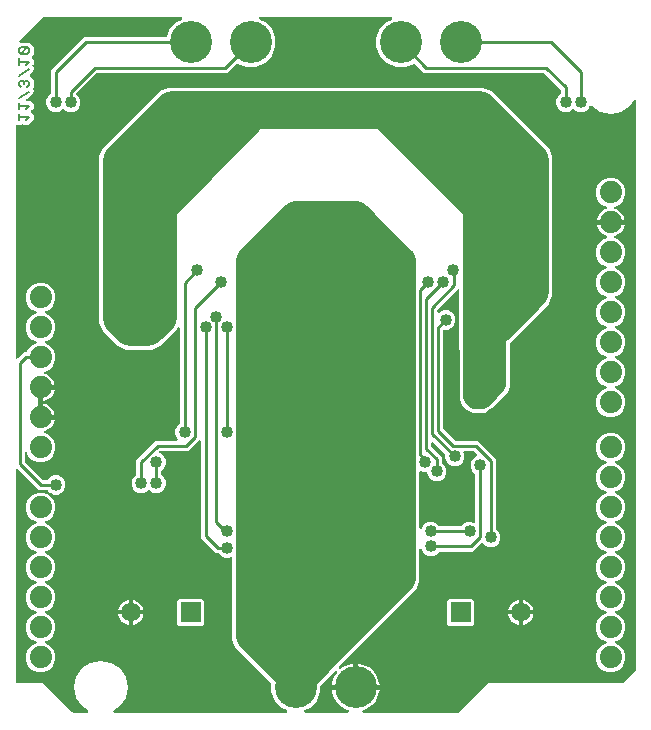
<source format=gbr>
G04 EAGLE Gerber RS-274X export*
G75*
%MOMM*%
%FSLAX34Y34*%
%LPD*%
%INBottom Copper*%
%IPPOS*%
%AMOC8*
5,1,8,0,0,1.08239X$1,22.5*%
G01*
%ADD10C,0.203200*%
%ADD11C,1.651000*%
%ADD12R,1.651000X1.651000*%
%ADD13C,3.556000*%
%ADD14C,1.879600*%
%ADD15C,0.254000*%
%ADD16C,1.016000*%
%ADD17C,2.540000*%
%ADD18C,11.430000*%
%ADD19C,6.451600*%
%ADD20C,6.858000*%
%ADD21C,1.600200*%
%ADD22C,0.645200*%
%ADD23C,0.508000*%
%ADD24C,3.175000*%
%ADD25C,5.080000*%
%ADD26C,1.879600*%

G36*
X64813Y4083D02*
X64813Y4083D01*
X64940Y4097D01*
X64953Y4103D01*
X64967Y4105D01*
X65084Y4157D01*
X65203Y4206D01*
X65214Y4215D01*
X65226Y4221D01*
X65324Y4304D01*
X65425Y4384D01*
X65433Y4396D01*
X65443Y4404D01*
X65515Y4511D01*
X65589Y4616D01*
X65593Y4629D01*
X65601Y4641D01*
X65640Y4764D01*
X65682Y4885D01*
X65682Y4899D01*
X65687Y4912D01*
X65690Y5041D01*
X65697Y5169D01*
X65694Y5182D01*
X65694Y5196D01*
X65662Y5320D01*
X65632Y5446D01*
X65626Y5458D01*
X65622Y5471D01*
X65557Y5581D01*
X65494Y5694D01*
X65485Y5703D01*
X65477Y5716D01*
X65270Y5910D01*
X65258Y5916D01*
X65249Y5924D01*
X60139Y9339D01*
X55215Y16708D01*
X53486Y25400D01*
X55215Y34092D01*
X60139Y41461D01*
X67508Y46385D01*
X76200Y48114D01*
X84892Y46385D01*
X92261Y41461D01*
X97185Y34092D01*
X98914Y25400D01*
X97185Y16708D01*
X92261Y9339D01*
X87151Y5924D01*
X87055Y5839D01*
X86957Y5755D01*
X86949Y5744D01*
X86939Y5735D01*
X86871Y5626D01*
X86799Y5519D01*
X86795Y5506D01*
X86788Y5494D01*
X86752Y5371D01*
X86713Y5248D01*
X86713Y5234D01*
X86709Y5221D01*
X86709Y5092D01*
X86706Y4964D01*
X86710Y4950D01*
X86710Y4936D01*
X86745Y4813D01*
X86778Y4689D01*
X86785Y4677D01*
X86789Y4663D01*
X86857Y4555D01*
X86923Y4444D01*
X86933Y4435D01*
X86941Y4423D01*
X87036Y4338D01*
X87130Y4250D01*
X87143Y4243D01*
X87153Y4234D01*
X87269Y4179D01*
X87384Y4120D01*
X87396Y4118D01*
X87410Y4112D01*
X87690Y4065D01*
X87704Y4067D01*
X87715Y4065D01*
X233276Y4065D01*
X233361Y4077D01*
X233447Y4079D01*
X233501Y4097D01*
X233557Y4105D01*
X233636Y4140D01*
X233718Y4166D01*
X233765Y4198D01*
X233817Y4221D01*
X233882Y4276D01*
X233954Y4324D01*
X233990Y4368D01*
X234034Y4404D01*
X234081Y4476D01*
X234137Y4542D01*
X234160Y4594D01*
X234191Y4641D01*
X234217Y4723D01*
X234252Y4802D01*
X234260Y4858D01*
X234277Y4912D01*
X234279Y4998D01*
X234291Y5083D01*
X234283Y5139D01*
X234284Y5196D01*
X234263Y5279D01*
X234250Y5364D01*
X234227Y5416D01*
X234213Y5471D01*
X234169Y5545D01*
X234133Y5624D01*
X234096Y5667D01*
X234067Y5716D01*
X234005Y5775D01*
X233949Y5840D01*
X233907Y5866D01*
X233860Y5910D01*
X233731Y5976D01*
X233664Y6018D01*
X229501Y7742D01*
X223642Y13601D01*
X220471Y21257D01*
X220471Y28616D01*
X220459Y28703D01*
X220456Y28790D01*
X220439Y28843D01*
X220431Y28898D01*
X220396Y28977D01*
X220369Y29061D01*
X220341Y29100D01*
X220315Y29157D01*
X220219Y29270D01*
X220174Y29334D01*
X189849Y59659D01*
X187451Y65447D01*
X187451Y135086D01*
X187444Y135135D01*
X187445Y135148D01*
X187440Y135167D01*
X187435Y135199D01*
X187425Y135314D01*
X187415Y135340D01*
X187411Y135367D01*
X187364Y135472D01*
X187323Y135579D01*
X187307Y135601D01*
X187295Y135626D01*
X187221Y135714D01*
X187152Y135806D01*
X187129Y135822D01*
X187112Y135843D01*
X187016Y135907D01*
X186924Y135976D01*
X186898Y135986D01*
X186875Y136001D01*
X186765Y136036D01*
X186658Y136076D01*
X186630Y136078D01*
X186604Y136087D01*
X186489Y136090D01*
X186375Y136099D01*
X186350Y136093D01*
X186320Y136094D01*
X186063Y136027D01*
X186047Y136024D01*
X184497Y135381D01*
X181263Y135381D01*
X178275Y136619D01*
X176000Y138894D01*
X175931Y138946D01*
X175867Y139006D01*
X175817Y139032D01*
X175773Y139065D01*
X175691Y139096D01*
X175613Y139136D01*
X175566Y139144D01*
X175507Y139166D01*
X175360Y139178D01*
X175282Y139191D01*
X173471Y139191D01*
X160781Y151881D01*
X160781Y233503D01*
X160777Y233532D01*
X160780Y233561D01*
X160757Y233672D01*
X160741Y233784D01*
X160729Y233811D01*
X160724Y233840D01*
X160671Y233940D01*
X160625Y234044D01*
X160606Y234066D01*
X160593Y234092D01*
X160515Y234174D01*
X160442Y234261D01*
X160417Y234277D01*
X160397Y234298D01*
X160299Y234355D01*
X160205Y234418D01*
X160177Y234427D01*
X160152Y234442D01*
X160042Y234470D01*
X159934Y234504D01*
X159904Y234505D01*
X159876Y234512D01*
X159763Y234508D01*
X159650Y234511D01*
X159621Y234504D01*
X159592Y234503D01*
X159484Y234468D01*
X159375Y234439D01*
X159349Y234424D01*
X159321Y234415D01*
X159257Y234370D01*
X159130Y234294D01*
X159087Y234249D01*
X159048Y234221D01*
X157702Y232874D01*
X157701Y232874D01*
X150379Y225551D01*
X126669Y225551D01*
X126583Y225539D01*
X126495Y225536D01*
X126443Y225519D01*
X126388Y225511D01*
X126308Y225476D01*
X126225Y225449D01*
X126186Y225421D01*
X126129Y225395D01*
X126015Y225299D01*
X125952Y225254D01*
X125824Y225127D01*
X125756Y225035D01*
X125681Y224947D01*
X125670Y224922D01*
X125653Y224900D01*
X125613Y224792D01*
X125566Y224687D01*
X125562Y224660D01*
X125552Y224634D01*
X125543Y224520D01*
X125527Y224406D01*
X125531Y224378D01*
X125529Y224351D01*
X125551Y224238D01*
X125568Y224124D01*
X125579Y224099D01*
X125585Y224072D01*
X125638Y223970D01*
X125685Y223865D01*
X125703Y223844D01*
X125716Y223820D01*
X125795Y223736D01*
X125869Y223649D01*
X125890Y223636D01*
X125911Y223613D01*
X126141Y223479D01*
X126154Y223471D01*
X127795Y222791D01*
X130081Y220505D01*
X131319Y217517D01*
X131319Y214283D01*
X130081Y211295D01*
X127806Y209020D01*
X127754Y208951D01*
X127694Y208887D01*
X127668Y208837D01*
X127635Y208793D01*
X127604Y208711D01*
X127564Y208633D01*
X127556Y208586D01*
X127534Y208527D01*
X127522Y208380D01*
X127509Y208302D01*
X127509Y205718D01*
X127521Y205631D01*
X127524Y205544D01*
X127541Y205491D01*
X127549Y205436D01*
X127584Y205356D01*
X127611Y205273D01*
X127639Y205234D01*
X127665Y205177D01*
X127761Y205063D01*
X127806Y205000D01*
X130081Y202725D01*
X131319Y199737D01*
X131319Y196503D01*
X130081Y193515D01*
X127795Y191229D01*
X124807Y189991D01*
X121573Y189991D01*
X118585Y191229D01*
X117558Y192256D01*
X117511Y192291D01*
X117471Y192334D01*
X117398Y192377D01*
X117331Y192427D01*
X117276Y192448D01*
X117226Y192478D01*
X117144Y192498D01*
X117065Y192528D01*
X117007Y192533D01*
X116950Y192548D01*
X116866Y192545D01*
X116782Y192552D01*
X116724Y192541D01*
X116666Y192539D01*
X116586Y192513D01*
X116503Y192496D01*
X116451Y192469D01*
X116395Y192451D01*
X116339Y192411D01*
X116251Y192365D01*
X116178Y192296D01*
X116122Y192256D01*
X115095Y191229D01*
X112107Y189991D01*
X108873Y189991D01*
X105885Y191229D01*
X103599Y193515D01*
X102361Y196503D01*
X102361Y199737D01*
X103599Y202725D01*
X105874Y205000D01*
X105926Y205069D01*
X105986Y205133D01*
X106012Y205183D01*
X106045Y205227D01*
X106076Y205309D01*
X106116Y205387D01*
X106124Y205434D01*
X106146Y205493D01*
X106158Y205640D01*
X106171Y205718D01*
X106171Y217689D01*
X122671Y234189D01*
X140484Y234189D01*
X140514Y234193D01*
X140543Y234190D01*
X140654Y234213D01*
X140766Y234229D01*
X140793Y234241D01*
X140822Y234246D01*
X140922Y234299D01*
X141025Y234345D01*
X141048Y234364D01*
X141074Y234377D01*
X141156Y234455D01*
X141242Y234528D01*
X141259Y234553D01*
X141280Y234573D01*
X141337Y234671D01*
X141400Y234765D01*
X141409Y234793D01*
X141424Y234818D01*
X141452Y234928D01*
X141486Y235036D01*
X141487Y235066D01*
X141494Y235094D01*
X141490Y235207D01*
X141493Y235320D01*
X141486Y235349D01*
X141485Y235378D01*
X141450Y235486D01*
X141421Y235595D01*
X141406Y235621D01*
X141397Y235649D01*
X141352Y235713D01*
X141276Y235840D01*
X141230Y235883D01*
X141202Y235922D01*
X140429Y236695D01*
X139191Y239683D01*
X139191Y242917D01*
X140429Y245905D01*
X142704Y248180D01*
X142756Y248249D01*
X142816Y248313D01*
X142842Y248363D01*
X142875Y248407D01*
X142906Y248489D01*
X142946Y248567D01*
X142954Y248614D01*
X142976Y248673D01*
X142988Y248820D01*
X143001Y248898D01*
X143001Y329299D01*
X142989Y329384D01*
X142987Y329469D01*
X142969Y329524D01*
X142961Y329580D01*
X142926Y329658D01*
X142900Y329740D01*
X142868Y329788D01*
X142845Y329839D01*
X142790Y329905D01*
X142742Y329976D01*
X142698Y330013D01*
X142662Y330056D01*
X142590Y330104D01*
X142524Y330159D01*
X142472Y330182D01*
X142425Y330214D01*
X142343Y330240D01*
X142264Y330275D01*
X142208Y330283D01*
X142154Y330300D01*
X142068Y330302D01*
X141983Y330314D01*
X141927Y330306D01*
X141870Y330307D01*
X141787Y330285D01*
X141701Y330273D01*
X141650Y330250D01*
X141595Y330235D01*
X141521Y330191D01*
X141442Y330156D01*
X141399Y330119D01*
X141350Y330090D01*
X141291Y330027D01*
X141226Y329972D01*
X141200Y329930D01*
X141156Y329883D01*
X141090Y329754D01*
X141048Y329687D01*
X140503Y328371D01*
X126290Y314157D01*
X119334Y311276D01*
X97836Y311276D01*
X90880Y314157D01*
X77937Y327100D01*
X75056Y334056D01*
X75056Y474934D01*
X77937Y481890D01*
X126440Y530393D01*
X133396Y533274D01*
X400004Y533274D01*
X406960Y530393D01*
X455463Y481890D01*
X458344Y474934D01*
X458344Y360912D01*
X458346Y360899D01*
X458344Y360888D01*
X458426Y357357D01*
X458412Y357321D01*
X458408Y357302D01*
X458399Y357285D01*
X458387Y357213D01*
X458348Y357044D01*
X458350Y356994D01*
X458344Y356954D01*
X458344Y356916D01*
X456992Y353652D01*
X456989Y353640D01*
X456983Y353631D01*
X455708Y350336D01*
X455681Y350309D01*
X455670Y350293D01*
X455655Y350281D01*
X455616Y350218D01*
X455516Y350078D01*
X455499Y350030D01*
X455477Y349996D01*
X455463Y349961D01*
X452965Y347463D01*
X452957Y347452D01*
X452948Y347446D01*
X423840Y316951D01*
X423262Y316696D01*
X423149Y316626D01*
X423036Y316558D01*
X423029Y316551D01*
X423020Y316545D01*
X422932Y316447D01*
X422842Y316351D01*
X422837Y316342D01*
X422830Y316334D01*
X422772Y316216D01*
X422758Y316188D01*
X422756Y316185D01*
X422756Y316183D01*
X422712Y316098D01*
X422711Y316089D01*
X422706Y316079D01*
X422685Y315960D01*
X422671Y315914D01*
X422670Y315870D01*
X422657Y315798D01*
X422659Y315781D01*
X422657Y315767D01*
X422657Y279464D01*
X420762Y274889D01*
X405831Y259958D01*
X401256Y258063D01*
X391224Y258063D01*
X386649Y259958D01*
X381878Y264729D01*
X379983Y269304D01*
X379983Y310687D01*
X379979Y310718D01*
X379981Y310749D01*
X379976Y310771D01*
X379977Y310787D01*
X379961Y310848D01*
X379943Y310969D01*
X379917Y311028D01*
X379906Y311076D01*
X379856Y311196D01*
X379856Y361458D01*
X379852Y361487D01*
X379855Y361516D01*
X379849Y361542D01*
X379850Y361549D01*
X379842Y361576D01*
X379832Y361627D01*
X379816Y361739D01*
X379804Y361766D01*
X379799Y361795D01*
X379747Y361895D01*
X379700Y361999D01*
X379681Y362021D01*
X379668Y362047D01*
X379590Y362129D01*
X379517Y362216D01*
X379492Y362232D01*
X379472Y362253D01*
X379374Y362310D01*
X379280Y362373D01*
X379252Y362382D01*
X379227Y362397D01*
X379117Y362425D01*
X379009Y362459D01*
X378979Y362460D01*
X378951Y362467D01*
X378838Y362463D01*
X378725Y362466D01*
X378696Y362459D01*
X378667Y362458D01*
X378559Y362423D01*
X378450Y362394D01*
X378424Y362379D01*
X378396Y362370D01*
X378333Y362325D01*
X378283Y362295D01*
X378275Y362292D01*
X378271Y362288D01*
X378205Y362249D01*
X378162Y362204D01*
X378123Y362176D01*
X361486Y345538D01*
X361434Y345469D01*
X361374Y345405D01*
X361348Y345355D01*
X361315Y345311D01*
X361284Y345230D01*
X361244Y345152D01*
X361236Y345104D01*
X361214Y345046D01*
X361202Y344898D01*
X361189Y344821D01*
X361189Y343386D01*
X361193Y343356D01*
X361190Y343327D01*
X361213Y343216D01*
X361229Y343104D01*
X361241Y343077D01*
X361246Y343048D01*
X361299Y342948D01*
X361345Y342845D01*
X361364Y342822D01*
X361377Y342796D01*
X361455Y342714D01*
X361528Y342628D01*
X361553Y342611D01*
X361573Y342590D01*
X361671Y342533D01*
X361765Y342470D01*
X361793Y342461D01*
X361818Y342446D01*
X361928Y342418D01*
X362036Y342384D01*
X362066Y342383D01*
X362094Y342376D01*
X362207Y342380D01*
X362320Y342377D01*
X362349Y342384D01*
X362378Y342385D01*
X362486Y342420D01*
X362595Y342449D01*
X362621Y342464D01*
X362649Y342473D01*
X362713Y342518D01*
X362840Y342594D01*
X362883Y342640D01*
X362922Y342668D01*
X363695Y343441D01*
X366683Y344679D01*
X369917Y344679D01*
X372905Y343441D01*
X375191Y341155D01*
X376429Y338167D01*
X376429Y334933D01*
X375191Y331945D01*
X372905Y329659D01*
X369917Y328421D01*
X367284Y328421D01*
X367226Y328413D01*
X367168Y328415D01*
X367086Y328393D01*
X367002Y328381D01*
X366949Y328358D01*
X366893Y328343D01*
X366820Y328300D01*
X366743Y328265D01*
X366698Y328227D01*
X366648Y328198D01*
X366590Y328136D01*
X366526Y328082D01*
X366494Y328033D01*
X366454Y327990D01*
X366415Y327915D01*
X366368Y327845D01*
X366351Y327789D01*
X366324Y327737D01*
X366313Y327669D01*
X366283Y327574D01*
X366280Y327474D01*
X366269Y327406D01*
X366269Y244779D01*
X366281Y244693D01*
X366284Y244605D01*
X366301Y244553D01*
X366309Y244498D01*
X366344Y244418D01*
X366371Y244335D01*
X366399Y244296D01*
X366425Y244239D01*
X366521Y244125D01*
X366566Y244062D01*
X376142Y234486D01*
X376211Y234434D01*
X376275Y234374D01*
X376325Y234348D01*
X376369Y234315D01*
X376450Y234284D01*
X376528Y234244D01*
X376576Y234236D01*
X376634Y234214D01*
X376782Y234202D01*
X376859Y234189D01*
X395489Y234189D01*
X410719Y218959D01*
X410719Y159998D01*
X410731Y159911D01*
X410734Y159824D01*
X410751Y159771D01*
X410759Y159716D01*
X410794Y159636D01*
X410821Y159553D01*
X410849Y159514D01*
X410875Y159457D01*
X410971Y159343D01*
X411016Y159280D01*
X413291Y157005D01*
X414529Y154017D01*
X414529Y150783D01*
X413291Y147795D01*
X411005Y145509D01*
X408017Y144271D01*
X404783Y144271D01*
X401795Y145509D01*
X399979Y147325D01*
X399932Y147361D01*
X399892Y147403D01*
X399819Y147446D01*
X399752Y147496D01*
X399697Y147517D01*
X399647Y147547D01*
X399565Y147567D01*
X399486Y147598D01*
X399428Y147602D01*
X399371Y147617D01*
X399287Y147614D01*
X399203Y147621D01*
X399145Y147610D01*
X399087Y147608D01*
X399007Y147582D01*
X398924Y147565D01*
X398872Y147538D01*
X398816Y147520D01*
X398760Y147480D01*
X398672Y147434D01*
X398599Y147366D01*
X398543Y147325D01*
X391679Y140461D01*
X363198Y140461D01*
X363111Y140449D01*
X363024Y140446D01*
X362971Y140429D01*
X362916Y140421D01*
X362836Y140386D01*
X362753Y140359D01*
X362714Y140331D01*
X362657Y140305D01*
X362543Y140209D01*
X362480Y140164D01*
X360205Y137889D01*
X357217Y136651D01*
X353983Y136651D01*
X350995Y137889D01*
X348709Y140175D01*
X347902Y142123D01*
X347858Y142197D01*
X347823Y142276D01*
X347786Y142319D01*
X347757Y142368D01*
X347695Y142427D01*
X347639Y142493D01*
X347592Y142524D01*
X347551Y142563D01*
X347474Y142603D01*
X347403Y142650D01*
X347349Y142668D01*
X347298Y142694D01*
X347214Y142710D01*
X347132Y142736D01*
X347075Y142738D01*
X347019Y142749D01*
X346934Y142741D01*
X346848Y142743D01*
X346793Y142729D01*
X346736Y142724D01*
X346656Y142693D01*
X346573Y142672D01*
X346524Y142643D01*
X346471Y142622D01*
X346402Y142570D01*
X346328Y142526D01*
X346289Y142485D01*
X346244Y142451D01*
X346192Y142382D01*
X346134Y142319D01*
X346108Y142268D01*
X346074Y142223D01*
X346043Y142142D01*
X346004Y142066D01*
X345996Y142017D01*
X345973Y141957D01*
X345962Y141812D01*
X345949Y141735D01*
X345949Y118169D01*
X345949Y118165D01*
X345949Y118162D01*
X345971Y115031D01*
X344772Y112136D01*
X344771Y112133D01*
X344769Y112130D01*
X343592Y109230D01*
X341376Y107014D01*
X341374Y107011D01*
X341371Y107009D01*
X278037Y42770D01*
X277993Y42711D01*
X277942Y42659D01*
X277909Y42598D01*
X277867Y42541D01*
X277842Y42473D01*
X277807Y42409D01*
X277792Y42341D01*
X277768Y42275D01*
X277762Y42202D01*
X277747Y42131D01*
X277752Y42061D01*
X277746Y41991D01*
X277761Y41920D01*
X277766Y41848D01*
X277790Y41782D01*
X277804Y41713D01*
X277838Y41649D01*
X277863Y41581D01*
X277904Y41524D01*
X277937Y41462D01*
X277988Y41409D01*
X278030Y41351D01*
X278086Y41308D01*
X278134Y41257D01*
X278197Y41221D01*
X278255Y41176D01*
X278320Y41150D01*
X278381Y41115D01*
X278451Y41098D01*
X278519Y41071D01*
X278588Y41064D01*
X278657Y41047D01*
X278729Y41050D01*
X278802Y41043D01*
X278870Y41055D01*
X278941Y41058D01*
X279010Y41081D01*
X279081Y41094D01*
X279134Y41122D01*
X279211Y41147D01*
X279290Y41205D01*
X279378Y41251D01*
X280786Y42332D01*
X283093Y43664D01*
X285554Y44684D01*
X288127Y45373D01*
X290069Y45629D01*
X290069Y27431D01*
X271871Y27431D01*
X272127Y29373D01*
X272816Y31946D01*
X273836Y34407D01*
X275168Y36714D01*
X276085Y37909D01*
X276124Y37978D01*
X276171Y38042D01*
X276193Y38101D01*
X276224Y38156D01*
X276243Y38234D01*
X276271Y38309D01*
X276275Y38372D01*
X276290Y38433D01*
X276286Y38513D01*
X276292Y38592D01*
X276279Y38654D01*
X276276Y38717D01*
X276251Y38792D01*
X276234Y38871D01*
X276205Y38926D01*
X276185Y38986D01*
X276139Y39051D01*
X276102Y39122D01*
X276058Y39167D01*
X276022Y39219D01*
X275960Y39269D01*
X275904Y39327D01*
X275850Y39358D01*
X275801Y39398D01*
X275727Y39429D01*
X275658Y39469D01*
X275597Y39484D01*
X275539Y39508D01*
X275460Y39518D01*
X275382Y39537D01*
X275319Y39534D01*
X275257Y39542D01*
X275178Y39529D01*
X275098Y39526D01*
X275038Y39506D01*
X274976Y39496D01*
X274904Y39461D01*
X274828Y39436D01*
X274784Y39405D01*
X274719Y39374D01*
X274642Y39302D01*
X274556Y39240D01*
X262421Y26931D01*
X262371Y26864D01*
X262314Y26802D01*
X262287Y26750D01*
X262252Y26703D01*
X262222Y26624D01*
X262184Y26549D01*
X262176Y26499D01*
X262152Y26436D01*
X262142Y26296D01*
X262129Y26218D01*
X262129Y21257D01*
X258958Y13601D01*
X253099Y7742D01*
X248936Y6018D01*
X248862Y5974D01*
X248783Y5939D01*
X248740Y5902D01*
X248691Y5873D01*
X248632Y5811D01*
X248566Y5755D01*
X248535Y5708D01*
X248496Y5667D01*
X248456Y5590D01*
X248409Y5519D01*
X248391Y5465D01*
X248365Y5414D01*
X248349Y5330D01*
X248323Y5248D01*
X248321Y5191D01*
X248310Y5135D01*
X248318Y5050D01*
X248316Y4964D01*
X248330Y4909D01*
X248335Y4852D01*
X248366Y4772D01*
X248387Y4689D01*
X248416Y4640D01*
X248437Y4587D01*
X248489Y4518D01*
X248533Y4444D01*
X248574Y4405D01*
X248608Y4360D01*
X248677Y4308D01*
X248740Y4250D01*
X248791Y4224D01*
X248836Y4190D01*
X248917Y4159D01*
X248993Y4120D01*
X249042Y4112D01*
X249102Y4089D01*
X249247Y4078D01*
X249324Y4065D01*
X285499Y4065D01*
X285509Y4066D01*
X285519Y4065D01*
X285650Y4086D01*
X285781Y4105D01*
X285790Y4109D01*
X285800Y4110D01*
X285920Y4167D01*
X286040Y4221D01*
X286048Y4227D01*
X286057Y4231D01*
X286157Y4319D01*
X286257Y4404D01*
X286263Y4413D01*
X286270Y4419D01*
X286341Y4531D01*
X286415Y4641D01*
X286418Y4651D01*
X286423Y4659D01*
X286461Y4785D01*
X286501Y4912D01*
X286501Y4922D01*
X286504Y4931D01*
X286505Y5063D01*
X286508Y5196D01*
X286506Y5206D01*
X286506Y5216D01*
X286470Y5344D01*
X286436Y5471D01*
X286431Y5480D01*
X286429Y5489D01*
X286358Y5602D01*
X286291Y5716D01*
X286284Y5723D01*
X286279Y5731D01*
X286181Y5819D01*
X286084Y5910D01*
X286075Y5915D01*
X286068Y5921D01*
X286016Y5945D01*
X285831Y6040D01*
X285795Y6046D01*
X285762Y6061D01*
X285554Y6116D01*
X283093Y7136D01*
X280786Y8468D01*
X278673Y10089D01*
X276789Y11973D01*
X275168Y14086D01*
X273836Y16393D01*
X272816Y18854D01*
X272127Y21427D01*
X271871Y23369D01*
X291084Y23369D01*
X291142Y23377D01*
X291200Y23375D01*
X291282Y23397D01*
X291365Y23409D01*
X291419Y23433D01*
X291475Y23447D01*
X291548Y23490D01*
X291625Y23525D01*
X291669Y23563D01*
X291720Y23593D01*
X291777Y23654D01*
X291842Y23709D01*
X291874Y23757D01*
X291914Y23800D01*
X291953Y23875D01*
X291999Y23945D01*
X292017Y24001D01*
X292044Y24053D01*
X292055Y24121D01*
X292085Y24216D01*
X292088Y24316D01*
X292099Y24384D01*
X292099Y25401D01*
X292101Y25401D01*
X292101Y24384D01*
X292109Y24326D01*
X292108Y24268D01*
X292129Y24186D01*
X292141Y24103D01*
X292165Y24049D01*
X292179Y23993D01*
X292222Y23920D01*
X292257Y23843D01*
X292295Y23798D01*
X292325Y23748D01*
X292386Y23690D01*
X292441Y23626D01*
X292489Y23594D01*
X292532Y23554D01*
X292607Y23515D01*
X292677Y23469D01*
X292733Y23451D01*
X292785Y23424D01*
X292853Y23413D01*
X292948Y23383D01*
X293048Y23380D01*
X293116Y23369D01*
X312329Y23369D01*
X312073Y21427D01*
X311384Y18854D01*
X310364Y16393D01*
X309032Y14086D01*
X307411Y11973D01*
X305527Y10089D01*
X303414Y8468D01*
X301107Y7136D01*
X298646Y6116D01*
X298438Y6061D01*
X298429Y6057D01*
X298419Y6055D01*
X298298Y6001D01*
X298176Y5949D01*
X298169Y5943D01*
X298160Y5939D01*
X298059Y5854D01*
X297956Y5770D01*
X297950Y5762D01*
X297943Y5755D01*
X297869Y5645D01*
X297794Y5536D01*
X297790Y5527D01*
X297785Y5519D01*
X297745Y5393D01*
X297703Y5267D01*
X297702Y5257D01*
X297699Y5248D01*
X297696Y5116D01*
X297690Y4983D01*
X297692Y4973D01*
X297692Y4964D01*
X297725Y4836D01*
X297756Y4707D01*
X297761Y4698D01*
X297764Y4689D01*
X297831Y4575D01*
X297897Y4460D01*
X297904Y4453D01*
X297909Y4444D01*
X298006Y4353D01*
X298100Y4261D01*
X298109Y4256D01*
X298116Y4250D01*
X298234Y4189D01*
X298351Y4127D01*
X298361Y4125D01*
X298369Y4120D01*
X298426Y4111D01*
X298629Y4067D01*
X298665Y4071D01*
X298701Y4065D01*
X378896Y4065D01*
X378982Y4077D01*
X379070Y4080D01*
X379122Y4097D01*
X379177Y4105D01*
X379257Y4140D01*
X379340Y4167D01*
X379380Y4195D01*
X379437Y4221D01*
X379550Y4317D01*
X379614Y4362D01*
X404716Y29465D01*
X518596Y29465D01*
X518682Y29477D01*
X518770Y29480D01*
X518822Y29497D01*
X518877Y29505D01*
X518957Y29540D01*
X519040Y29567D01*
X519080Y29595D01*
X519137Y29621D01*
X519250Y29717D01*
X519314Y29762D01*
X529038Y39486D01*
X529090Y39556D01*
X529150Y39620D01*
X529176Y39669D01*
X529209Y39714D01*
X529240Y39795D01*
X529280Y39873D01*
X529288Y39921D01*
X529310Y39979D01*
X529322Y40127D01*
X529335Y40204D01*
X529335Y521885D01*
X529328Y521937D01*
X529329Y521959D01*
X529321Y521989D01*
X529317Y522013D01*
X529303Y522140D01*
X529297Y522153D01*
X529295Y522167D01*
X529243Y522284D01*
X529194Y522403D01*
X529185Y522414D01*
X529179Y522426D01*
X529096Y522524D01*
X529016Y522625D01*
X529004Y522633D01*
X528996Y522643D01*
X528889Y522715D01*
X528784Y522789D01*
X528771Y522793D01*
X528759Y522801D01*
X528636Y522840D01*
X528515Y522882D01*
X528501Y522882D01*
X528488Y522887D01*
X528359Y522890D01*
X528231Y522897D01*
X528218Y522894D01*
X528204Y522894D01*
X528080Y522862D01*
X527954Y522832D01*
X527942Y522826D01*
X527929Y522822D01*
X527819Y522757D01*
X527706Y522694D01*
X527697Y522685D01*
X527684Y522677D01*
X527541Y522524D01*
X527533Y522518D01*
X527529Y522512D01*
X527490Y522470D01*
X527484Y522458D01*
X527476Y522449D01*
X524061Y517339D01*
X516692Y512415D01*
X508000Y510686D01*
X499308Y512415D01*
X491939Y517339D01*
X491801Y517545D01*
X491753Y517599D01*
X491713Y517659D01*
X491659Y517704D01*
X491612Y517757D01*
X491550Y517795D01*
X491495Y517842D01*
X491431Y517871D01*
X491371Y517908D01*
X491301Y517928D01*
X491235Y517957D01*
X491165Y517967D01*
X491097Y517987D01*
X491025Y517986D01*
X490954Y517996D01*
X490884Y517986D01*
X490813Y517986D01*
X490744Y517966D01*
X490672Y517956D01*
X490608Y517927D01*
X490540Y517907D01*
X490479Y517868D01*
X490413Y517839D01*
X490360Y517793D01*
X490300Y517755D01*
X490252Y517701D01*
X490197Y517654D01*
X490165Y517603D01*
X490111Y517542D01*
X490059Y517434D01*
X490019Y517370D01*
X489491Y516095D01*
X487205Y513809D01*
X484217Y512571D01*
X480983Y512571D01*
X477995Y513809D01*
X476968Y514836D01*
X476921Y514871D01*
X476881Y514914D01*
X476808Y514957D01*
X476741Y515007D01*
X476686Y515028D01*
X476636Y515058D01*
X476554Y515078D01*
X476475Y515108D01*
X476417Y515113D01*
X476360Y515128D01*
X476276Y515125D01*
X476192Y515132D01*
X476134Y515121D01*
X476076Y515119D01*
X475996Y515093D01*
X475913Y515076D01*
X475861Y515049D01*
X475805Y515031D01*
X475749Y514991D01*
X475661Y514945D01*
X475588Y514876D01*
X475532Y514836D01*
X474505Y513809D01*
X471517Y512571D01*
X468283Y512571D01*
X465295Y513809D01*
X463009Y516095D01*
X461771Y519083D01*
X461771Y522317D01*
X463009Y525305D01*
X465284Y527580D01*
X465336Y527649D01*
X465396Y527713D01*
X465422Y527763D01*
X465455Y527807D01*
X465486Y527889D01*
X465526Y527967D01*
X465534Y528014D01*
X465556Y528073D01*
X465568Y528220D01*
X465581Y528298D01*
X465581Y531191D01*
X465569Y531277D01*
X465566Y531365D01*
X465549Y531417D01*
X465541Y531472D01*
X465506Y531552D01*
X465479Y531635D01*
X465451Y531674D01*
X465425Y531731D01*
X465329Y531845D01*
X465284Y531908D01*
X451898Y545294D01*
X451829Y545346D01*
X451765Y545406D01*
X451715Y545432D01*
X451671Y545465D01*
X451590Y545496D01*
X451512Y545536D01*
X451464Y545544D01*
X451406Y545566D01*
X451258Y545578D01*
X451181Y545591D01*
X350001Y545591D01*
X342303Y553290D01*
X342301Y553291D01*
X342300Y553292D01*
X342185Y553378D01*
X342075Y553461D01*
X342074Y553461D01*
X342073Y553462D01*
X341939Y553513D01*
X341810Y553562D01*
X341808Y553562D01*
X341807Y553563D01*
X341662Y553574D01*
X341526Y553585D01*
X341525Y553585D01*
X341523Y553585D01*
X341508Y553582D01*
X341248Y553530D01*
X341221Y553516D01*
X341196Y553510D01*
X334343Y550671D01*
X326057Y550671D01*
X318401Y553842D01*
X312542Y559701D01*
X309371Y567357D01*
X309371Y575643D01*
X312542Y583299D01*
X318401Y589158D01*
X322564Y590882D01*
X322638Y590926D01*
X322717Y590961D01*
X322760Y590998D01*
X322809Y591027D01*
X322868Y591089D01*
X322934Y591145D01*
X322965Y591192D01*
X323004Y591233D01*
X323044Y591310D01*
X323091Y591381D01*
X323109Y591435D01*
X323135Y591486D01*
X323151Y591570D01*
X323177Y591652D01*
X323179Y591709D01*
X323190Y591765D01*
X323182Y591850D01*
X323184Y591936D01*
X323170Y591991D01*
X323165Y592048D01*
X323134Y592128D01*
X323113Y592211D01*
X323084Y592260D01*
X323063Y592313D01*
X323011Y592382D01*
X322967Y592456D01*
X322926Y592495D01*
X322892Y592540D01*
X322823Y592592D01*
X322760Y592650D01*
X322709Y592676D01*
X322664Y592710D01*
X322583Y592741D01*
X322507Y592780D01*
X322458Y592788D01*
X322398Y592811D01*
X322253Y592822D01*
X322176Y592835D01*
X211224Y592835D01*
X211139Y592823D01*
X211053Y592821D01*
X210999Y592803D01*
X210943Y592795D01*
X210864Y592760D01*
X210782Y592734D01*
X210735Y592702D01*
X210683Y592679D01*
X210618Y592624D01*
X210546Y592576D01*
X210510Y592532D01*
X210466Y592496D01*
X210419Y592424D01*
X210363Y592358D01*
X210340Y592306D01*
X210309Y592259D01*
X210283Y592177D01*
X210248Y592098D01*
X210240Y592042D01*
X210223Y591988D01*
X210221Y591902D01*
X210209Y591817D01*
X210217Y591761D01*
X210216Y591704D01*
X210237Y591621D01*
X210250Y591536D01*
X210273Y591484D01*
X210287Y591429D01*
X210331Y591355D01*
X210367Y591276D01*
X210404Y591233D01*
X210433Y591184D01*
X210495Y591125D01*
X210551Y591060D01*
X210593Y591034D01*
X210640Y590990D01*
X210769Y590924D01*
X210836Y590882D01*
X214999Y589158D01*
X220858Y583299D01*
X224029Y575643D01*
X224029Y567357D01*
X220858Y559701D01*
X214999Y553842D01*
X207343Y550671D01*
X199057Y550671D01*
X192204Y553510D01*
X192202Y553510D01*
X192201Y553511D01*
X192067Y553545D01*
X191929Y553581D01*
X191927Y553581D01*
X191925Y553581D01*
X191785Y553577D01*
X191644Y553573D01*
X191643Y553572D01*
X191641Y553572D01*
X191508Y553529D01*
X191374Y553486D01*
X191372Y553485D01*
X191371Y553485D01*
X191359Y553476D01*
X191137Y553328D01*
X191118Y553304D01*
X191097Y553290D01*
X183399Y545591D01*
X73329Y545591D01*
X73243Y545579D01*
X73155Y545576D01*
X73103Y545559D01*
X73048Y545551D01*
X72968Y545516D01*
X72885Y545489D01*
X72846Y545461D01*
X72788Y545435D01*
X72675Y545339D01*
X72612Y545294D01*
X55875Y528557D01*
X55839Y528510D01*
X55797Y528470D01*
X55754Y528397D01*
X55704Y528330D01*
X55683Y528275D01*
X55653Y528225D01*
X55633Y528143D01*
X55602Y528064D01*
X55598Y528006D01*
X55583Y527949D01*
X55586Y527865D01*
X55579Y527781D01*
X55590Y527724D01*
X55592Y527665D01*
X55618Y527585D01*
X55635Y527502D01*
X55662Y527450D01*
X55680Y527395D01*
X55720Y527338D01*
X55766Y527250D01*
X55834Y527177D01*
X55875Y527121D01*
X57691Y525305D01*
X58929Y522317D01*
X58929Y519083D01*
X57691Y516095D01*
X55405Y513809D01*
X52417Y512571D01*
X49183Y512571D01*
X46195Y513809D01*
X45168Y514836D01*
X45121Y514871D01*
X45081Y514914D01*
X45008Y514957D01*
X44941Y515007D01*
X44886Y515028D01*
X44836Y515058D01*
X44754Y515078D01*
X44675Y515108D01*
X44617Y515113D01*
X44560Y515128D01*
X44476Y515125D01*
X44392Y515132D01*
X44334Y515121D01*
X44276Y515119D01*
X44196Y515093D01*
X44113Y515076D01*
X44061Y515049D01*
X44005Y515031D01*
X43949Y514991D01*
X43861Y514945D01*
X43788Y514876D01*
X43732Y514836D01*
X42705Y513809D01*
X39717Y512571D01*
X36483Y512571D01*
X33495Y513809D01*
X31209Y516095D01*
X29971Y519083D01*
X29971Y522317D01*
X31209Y525305D01*
X33484Y527580D01*
X33536Y527649D01*
X33596Y527713D01*
X33622Y527763D01*
X33655Y527807D01*
X33686Y527889D01*
X33726Y527967D01*
X33734Y528014D01*
X33756Y528073D01*
X33768Y528220D01*
X33781Y528298D01*
X33781Y547889D01*
X61711Y575819D01*
X130966Y575819D01*
X130967Y575819D01*
X130969Y575819D01*
X131109Y575839D01*
X131247Y575859D01*
X131249Y575859D01*
X131250Y575859D01*
X131376Y575916D01*
X131507Y575975D01*
X131508Y575976D01*
X131509Y575977D01*
X131616Y576068D01*
X131724Y576158D01*
X131724Y576160D01*
X131726Y576161D01*
X131734Y576174D01*
X131881Y576395D01*
X131890Y576424D01*
X131904Y576445D01*
X134742Y583299D01*
X140601Y589158D01*
X144764Y590882D01*
X144838Y590926D01*
X144917Y590961D01*
X144960Y590998D01*
X145009Y591027D01*
X145068Y591089D01*
X145134Y591145D01*
X145165Y591192D01*
X145204Y591233D01*
X145244Y591310D01*
X145291Y591381D01*
X145309Y591435D01*
X145335Y591486D01*
X145351Y591570D01*
X145377Y591652D01*
X145379Y591709D01*
X145390Y591765D01*
X145382Y591850D01*
X145384Y591936D01*
X145370Y591991D01*
X145365Y592048D01*
X145334Y592128D01*
X145313Y592211D01*
X145284Y592260D01*
X145263Y592313D01*
X145211Y592382D01*
X145167Y592456D01*
X145126Y592495D01*
X145092Y592540D01*
X145023Y592592D01*
X144960Y592650D01*
X144909Y592676D01*
X144864Y592710D01*
X144783Y592741D01*
X144707Y592780D01*
X144658Y592788D01*
X144598Y592811D01*
X144453Y592822D01*
X144376Y592835D01*
X27504Y592835D01*
X27418Y592823D01*
X27330Y592820D01*
X27278Y592803D01*
X27223Y592795D01*
X27143Y592760D01*
X27060Y592733D01*
X27020Y592705D01*
X26963Y592679D01*
X26850Y592583D01*
X26786Y592538D01*
X7360Y573112D01*
X7343Y573088D01*
X7320Y573070D01*
X7258Y572975D01*
X7189Y572885D01*
X7179Y572857D01*
X7163Y572833D01*
X7128Y572725D01*
X7088Y572619D01*
X7086Y572590D01*
X7077Y572562D01*
X7074Y572449D01*
X7065Y572336D01*
X7070Y572307D01*
X7070Y572278D01*
X7098Y572168D01*
X7121Y572057D01*
X7134Y572031D01*
X7141Y572003D01*
X7199Y571905D01*
X7252Y571805D01*
X7272Y571783D01*
X7287Y571758D01*
X7369Y571681D01*
X7447Y571599D01*
X7473Y571584D01*
X7494Y571564D01*
X7595Y571512D01*
X7693Y571455D01*
X7721Y571448D01*
X7747Y571434D01*
X7825Y571421D01*
X7968Y571385D01*
X8031Y571387D01*
X8078Y571379D01*
X15829Y571379D01*
X18507Y568700D01*
X19566Y567642D01*
X19566Y561563D01*
X17968Y559965D01*
X17932Y559918D01*
X17890Y559878D01*
X17847Y559805D01*
X17797Y559738D01*
X17776Y559683D01*
X17746Y559633D01*
X17726Y559551D01*
X17695Y559472D01*
X17691Y559414D01*
X17676Y559357D01*
X17679Y559273D01*
X17672Y559189D01*
X17683Y559131D01*
X17685Y559073D01*
X17711Y558993D01*
X17728Y558910D01*
X17755Y558858D01*
X17773Y558802D01*
X17813Y558746D01*
X17859Y558658D01*
X17928Y558585D01*
X17968Y558529D01*
X19566Y556931D01*
X19566Y553564D01*
X18663Y552660D01*
X18602Y552580D01*
X18535Y552505D01*
X18517Y552467D01*
X18492Y552433D01*
X18456Y552339D01*
X18412Y552248D01*
X18405Y552207D01*
X18390Y552168D01*
X18382Y552067D01*
X18365Y551968D01*
X18370Y551926D01*
X18367Y551884D01*
X18387Y551786D01*
X18398Y551686D01*
X18414Y551652D01*
X18423Y551606D01*
X18507Y551442D01*
X18536Y551379D01*
X19817Y549458D01*
X19157Y546156D01*
X16485Y544374D01*
X16473Y544364D01*
X16459Y544356D01*
X16367Y544269D01*
X16273Y544185D01*
X16264Y544172D01*
X16253Y544161D01*
X16188Y544051D01*
X16121Y543945D01*
X16117Y543929D01*
X16109Y543915D01*
X16078Y543793D01*
X16043Y543671D01*
X16043Y543655D01*
X16039Y543640D01*
X16043Y543514D01*
X16043Y543387D01*
X16047Y543372D01*
X16048Y543356D01*
X16087Y543236D01*
X16122Y543114D01*
X16130Y543100D01*
X16135Y543085D01*
X16176Y543029D01*
X16273Y542873D01*
X16309Y542842D01*
X16330Y542812D01*
X19566Y539576D01*
X19566Y533497D01*
X19205Y533137D01*
X19144Y533056D01*
X19077Y532981D01*
X19059Y532943D01*
X19034Y532909D01*
X18998Y532815D01*
X18955Y532725D01*
X18948Y532683D01*
X18933Y532644D01*
X18924Y532543D01*
X18908Y532444D01*
X18913Y532402D01*
X18909Y532360D01*
X18929Y532262D01*
X18941Y532162D01*
X18956Y532128D01*
X18965Y532082D01*
X19050Y531919D01*
X19078Y531855D01*
X19817Y530747D01*
X19157Y527445D01*
X13616Y523751D01*
X13519Y523665D01*
X13421Y523582D01*
X13413Y523571D01*
X13403Y523562D01*
X13335Y523453D01*
X13263Y523345D01*
X13259Y523332D01*
X13252Y523321D01*
X13217Y523198D01*
X13177Y523074D01*
X13177Y523061D01*
X13173Y523048D01*
X13173Y522919D01*
X13170Y522790D01*
X13174Y522777D01*
X13174Y522764D01*
X13209Y522639D01*
X13242Y522515D01*
X13249Y522504D01*
X13252Y522491D01*
X13321Y522381D01*
X13387Y522271D01*
X13397Y522261D01*
X13404Y522250D01*
X13500Y522165D01*
X13595Y522076D01*
X13606Y522070D01*
X13616Y522061D01*
X13733Y522005D01*
X13848Y521947D01*
X13860Y521945D01*
X13873Y521938D01*
X14153Y521892D01*
X14167Y521893D01*
X14179Y521891D01*
X17185Y521891D01*
X18354Y520722D01*
X19566Y519510D01*
X19566Y516143D01*
X17995Y514572D01*
X17290Y513867D01*
X17255Y513820D01*
X17212Y513780D01*
X17169Y513707D01*
X17119Y513640D01*
X17098Y513585D01*
X17068Y513535D01*
X17048Y513453D01*
X17018Y513374D01*
X17013Y513316D01*
X16998Y513259D01*
X17001Y513175D01*
X16994Y513091D01*
X17005Y513033D01*
X17007Y512975D01*
X17033Y512895D01*
X17050Y512812D01*
X17077Y512760D01*
X17095Y512704D01*
X17135Y512648D01*
X17181Y512560D01*
X17250Y512487D01*
X17290Y512431D01*
X18354Y511367D01*
X19566Y510155D01*
X19566Y506788D01*
X17995Y505217D01*
X16887Y504109D01*
X14473Y501695D01*
X11106Y501695D01*
X10796Y502005D01*
X10749Y502040D01*
X10709Y502083D01*
X10636Y502125D01*
X10568Y502176D01*
X10514Y502197D01*
X10463Y502226D01*
X10381Y502247D01*
X10303Y502277D01*
X10244Y502282D01*
X10188Y502296D01*
X10104Y502294D01*
X10019Y502301D01*
X9962Y502289D01*
X9904Y502287D01*
X9823Y502261D01*
X9741Y502245D01*
X9689Y502218D01*
X9633Y502200D01*
X9577Y502160D01*
X9488Y502114D01*
X9416Y502045D01*
X9360Y502005D01*
X9050Y501695D01*
X5644Y501695D01*
X5571Y501750D01*
X5543Y501761D01*
X5519Y501777D01*
X5411Y501811D01*
X5305Y501851D01*
X5276Y501854D01*
X5248Y501863D01*
X5135Y501866D01*
X5022Y501875D01*
X4993Y501869D01*
X4964Y501870D01*
X4854Y501842D01*
X4743Y501819D01*
X4717Y501806D01*
X4689Y501798D01*
X4591Y501741D01*
X4491Y501688D01*
X4469Y501668D01*
X4444Y501653D01*
X4367Y501570D01*
X4285Y501492D01*
X4270Y501467D01*
X4250Y501446D01*
X4198Y501345D01*
X4141Y501247D01*
X4134Y501219D01*
X4120Y501193D01*
X4107Y501115D01*
X4071Y500972D01*
X4073Y500909D01*
X4065Y500862D01*
X4065Y304723D01*
X4069Y304694D01*
X4066Y304665D01*
X4089Y304554D01*
X4105Y304442D01*
X4117Y304415D01*
X4122Y304386D01*
X4174Y304286D01*
X4221Y304182D01*
X4240Y304160D01*
X4253Y304134D01*
X4331Y304052D01*
X4404Y303965D01*
X4429Y303949D01*
X4449Y303928D01*
X4547Y303871D01*
X4641Y303808D01*
X4669Y303799D01*
X4694Y303784D01*
X4804Y303756D01*
X4912Y303722D01*
X4941Y303721D01*
X4970Y303714D01*
X5083Y303718D01*
X5196Y303715D01*
X5225Y303722D01*
X5254Y303723D01*
X5362Y303758D01*
X5471Y303787D01*
X5497Y303802D01*
X5525Y303811D01*
X5588Y303856D01*
X5716Y303932D01*
X5759Y303977D01*
X5798Y304006D01*
X6128Y304336D01*
X8084Y306292D01*
X10911Y309119D01*
X13038Y309119D01*
X13040Y309119D01*
X13041Y309119D01*
X13181Y309139D01*
X13320Y309159D01*
X13321Y309159D01*
X13323Y309159D01*
X13448Y309216D01*
X13579Y309275D01*
X13580Y309276D01*
X13582Y309277D01*
X13689Y309368D01*
X13796Y309458D01*
X13797Y309460D01*
X13798Y309461D01*
X13806Y309474D01*
X13954Y309695D01*
X13963Y309724D01*
X13976Y309745D01*
X14848Y311851D01*
X18349Y315352D01*
X21271Y316562D01*
X21296Y316577D01*
X21324Y316586D01*
X21419Y316649D01*
X21516Y316707D01*
X21536Y316728D01*
X21561Y316744D01*
X21634Y316831D01*
X21711Y316913D01*
X21725Y316939D01*
X21744Y316962D01*
X21790Y317065D01*
X21841Y317166D01*
X21847Y317195D01*
X21859Y317222D01*
X21875Y317334D01*
X21896Y317445D01*
X21894Y317474D01*
X21898Y317503D01*
X21882Y317615D01*
X21872Y317728D01*
X21861Y317755D01*
X21857Y317785D01*
X21811Y317888D01*
X21770Y317993D01*
X21752Y318017D01*
X21740Y318044D01*
X21667Y318130D01*
X21598Y318220D01*
X21575Y318238D01*
X21556Y318260D01*
X21489Y318302D01*
X21371Y318390D01*
X21312Y318412D01*
X21271Y318438D01*
X18349Y319648D01*
X14848Y323149D01*
X12953Y327724D01*
X12953Y332676D01*
X14848Y337251D01*
X18349Y340752D01*
X21271Y341962D01*
X21296Y341977D01*
X21324Y341986D01*
X21419Y342049D01*
X21516Y342107D01*
X21536Y342128D01*
X21561Y342144D01*
X21634Y342231D01*
X21711Y342313D01*
X21725Y342339D01*
X21744Y342362D01*
X21790Y342465D01*
X21841Y342566D01*
X21847Y342595D01*
X21859Y342622D01*
X21875Y342734D01*
X21896Y342845D01*
X21894Y342874D01*
X21898Y342903D01*
X21882Y343015D01*
X21872Y343128D01*
X21861Y343155D01*
X21857Y343185D01*
X21811Y343288D01*
X21770Y343393D01*
X21752Y343417D01*
X21740Y343444D01*
X21667Y343530D01*
X21598Y343620D01*
X21575Y343638D01*
X21556Y343660D01*
X21489Y343702D01*
X21371Y343790D01*
X21312Y343812D01*
X21271Y343838D01*
X18349Y345048D01*
X14848Y348549D01*
X12953Y353124D01*
X12953Y358076D01*
X14848Y362651D01*
X18349Y366152D01*
X22924Y368047D01*
X27876Y368047D01*
X32451Y366152D01*
X35952Y362651D01*
X37847Y358076D01*
X37847Y353124D01*
X35952Y348549D01*
X32451Y345048D01*
X29529Y343838D01*
X29504Y343823D01*
X29476Y343814D01*
X29381Y343751D01*
X29284Y343693D01*
X29264Y343672D01*
X29239Y343656D01*
X29167Y343569D01*
X29089Y343487D01*
X29075Y343461D01*
X29057Y343438D01*
X29011Y343335D01*
X28959Y343234D01*
X28953Y343205D01*
X28941Y343178D01*
X28925Y343066D01*
X28904Y342955D01*
X28906Y342926D01*
X28902Y342897D01*
X28918Y342785D01*
X28928Y342672D01*
X28939Y342645D01*
X28943Y342616D01*
X28989Y342512D01*
X29030Y342407D01*
X29048Y342383D01*
X29060Y342356D01*
X29133Y342270D01*
X29202Y342180D01*
X29225Y342162D01*
X29244Y342140D01*
X29311Y342098D01*
X29429Y342010D01*
X29488Y341988D01*
X29529Y341962D01*
X32451Y340752D01*
X35952Y337251D01*
X37847Y332676D01*
X37847Y327724D01*
X35952Y323149D01*
X32451Y319648D01*
X29529Y318438D01*
X29504Y318423D01*
X29476Y318414D01*
X29381Y318351D01*
X29284Y318293D01*
X29264Y318272D01*
X29239Y318256D01*
X29167Y318169D01*
X29089Y318087D01*
X29075Y318061D01*
X29057Y318038D01*
X29011Y317935D01*
X28959Y317834D01*
X28953Y317805D01*
X28941Y317778D01*
X28925Y317666D01*
X28904Y317555D01*
X28906Y317526D01*
X28902Y317497D01*
X28918Y317385D01*
X28928Y317272D01*
X28939Y317245D01*
X28943Y317216D01*
X28989Y317112D01*
X29030Y317007D01*
X29048Y316983D01*
X29060Y316956D01*
X29133Y316870D01*
X29202Y316780D01*
X29225Y316762D01*
X29244Y316740D01*
X29311Y316698D01*
X29429Y316610D01*
X29488Y316588D01*
X29529Y316562D01*
X32451Y315352D01*
X35952Y311851D01*
X37847Y307276D01*
X37847Y302324D01*
X35952Y297749D01*
X32451Y294248D01*
X28789Y292731D01*
X28729Y292696D01*
X28665Y292670D01*
X28607Y292624D01*
X28544Y292587D01*
X28496Y292537D01*
X28442Y292494D01*
X28399Y292434D01*
X28349Y292380D01*
X28317Y292319D01*
X28277Y292262D01*
X28252Y292193D01*
X28218Y292127D01*
X28205Y292060D01*
X28182Y291994D01*
X28178Y291921D01*
X28163Y291848D01*
X28169Y291780D01*
X28165Y291711D01*
X28181Y291639D01*
X28188Y291565D01*
X28213Y291501D01*
X28228Y291433D01*
X28263Y291369D01*
X28290Y291300D01*
X28332Y291245D01*
X28365Y291184D01*
X28417Y291132D01*
X28461Y291073D01*
X28517Y291032D01*
X28566Y290983D01*
X28621Y290954D01*
X28689Y290903D01*
X28797Y290862D01*
X28863Y290828D01*
X29983Y290464D01*
X31657Y289611D01*
X33178Y288506D01*
X34506Y287178D01*
X35611Y285657D01*
X36464Y283983D01*
X37045Y282196D01*
X37166Y281431D01*
X26416Y281431D01*
X26358Y281423D01*
X26300Y281425D01*
X26218Y281403D01*
X26135Y281391D01*
X26081Y281367D01*
X26025Y281353D01*
X25952Y281310D01*
X25875Y281275D01*
X25831Y281237D01*
X25780Y281207D01*
X25723Y281146D01*
X25658Y281091D01*
X25626Y281043D01*
X25586Y281000D01*
X25547Y280925D01*
X25501Y280855D01*
X25483Y280799D01*
X25456Y280747D01*
X25445Y280679D01*
X25415Y280584D01*
X25412Y280484D01*
X25401Y280416D01*
X25401Y279399D01*
X24384Y279399D01*
X24326Y279391D01*
X24268Y279392D01*
X24186Y279371D01*
X24103Y279359D01*
X24049Y279335D01*
X23993Y279321D01*
X23920Y279278D01*
X23843Y279243D01*
X23798Y279205D01*
X23748Y279175D01*
X23690Y279114D01*
X23626Y279059D01*
X23594Y279011D01*
X23554Y278968D01*
X23515Y278893D01*
X23469Y278823D01*
X23451Y278767D01*
X23424Y278715D01*
X23413Y278647D01*
X23383Y278552D01*
X23380Y278452D01*
X23369Y278384D01*
X23369Y255016D01*
X23377Y254958D01*
X23375Y254900D01*
X23397Y254818D01*
X23409Y254735D01*
X23433Y254681D01*
X23447Y254625D01*
X23490Y254552D01*
X23525Y254475D01*
X23563Y254431D01*
X23593Y254380D01*
X23654Y254323D01*
X23709Y254258D01*
X23757Y254226D01*
X23800Y254186D01*
X23875Y254147D01*
X23945Y254101D01*
X24001Y254083D01*
X24053Y254056D01*
X24121Y254045D01*
X24216Y254015D01*
X24316Y254012D01*
X24384Y254001D01*
X25401Y254001D01*
X25401Y252984D01*
X25409Y252926D01*
X25408Y252868D01*
X25429Y252786D01*
X25441Y252703D01*
X25465Y252649D01*
X25479Y252593D01*
X25522Y252520D01*
X25557Y252443D01*
X25595Y252398D01*
X25625Y252348D01*
X25686Y252290D01*
X25741Y252226D01*
X25789Y252194D01*
X25832Y252154D01*
X25907Y252115D01*
X25977Y252069D01*
X26033Y252051D01*
X26085Y252024D01*
X26153Y252013D01*
X26248Y251983D01*
X26348Y251980D01*
X26416Y251969D01*
X37166Y251969D01*
X37045Y251204D01*
X36464Y249417D01*
X35611Y247743D01*
X34506Y246222D01*
X33178Y244894D01*
X31657Y243789D01*
X29983Y242936D01*
X28863Y242572D01*
X28801Y242542D01*
X28735Y242521D01*
X28674Y242480D01*
X28608Y242447D01*
X28557Y242401D01*
X28499Y242362D01*
X28452Y242306D01*
X28397Y242257D01*
X28361Y242198D01*
X28316Y242145D01*
X28286Y242077D01*
X28247Y242015D01*
X28229Y241948D01*
X28201Y241885D01*
X28191Y241812D01*
X28171Y241741D01*
X28171Y241672D01*
X28162Y241603D01*
X28172Y241530D01*
X28173Y241457D01*
X28193Y241391D01*
X28202Y241322D01*
X28233Y241255D01*
X28254Y241184D01*
X28291Y241126D01*
X28320Y241063D01*
X28367Y241007D01*
X28407Y240945D01*
X28459Y240899D01*
X28504Y240847D01*
X28557Y240814D01*
X28621Y240757D01*
X28725Y240708D01*
X28789Y240669D01*
X32451Y239152D01*
X35952Y235651D01*
X37847Y231076D01*
X37847Y226124D01*
X35952Y221549D01*
X32451Y218048D01*
X27876Y216153D01*
X22924Y216153D01*
X18349Y218048D01*
X14848Y221549D01*
X13892Y223858D01*
X13848Y223932D01*
X13813Y224010D01*
X13776Y224054D01*
X13747Y224103D01*
X13685Y224162D01*
X13629Y224227D01*
X13582Y224259D01*
X13541Y224298D01*
X13464Y224337D01*
X13393Y224385D01*
X13339Y224402D01*
X13288Y224428D01*
X13204Y224445D01*
X13122Y224471D01*
X13065Y224472D01*
X13009Y224483D01*
X12924Y224476D01*
X12838Y224478D01*
X12783Y224464D01*
X12726Y224459D01*
X12646Y224428D01*
X12563Y224406D01*
X12514Y224377D01*
X12461Y224357D01*
X12392Y224305D01*
X12318Y224261D01*
X12279Y224220D01*
X12234Y224185D01*
X12182Y224116D01*
X12124Y224054D01*
X12098Y224003D01*
X12064Y223958D01*
X12033Y223877D01*
X11994Y223801D01*
X11986Y223752D01*
X11963Y223692D01*
X11952Y223547D01*
X11939Y223470D01*
X11939Y216689D01*
X11951Y216603D01*
X11954Y216515D01*
X11971Y216463D01*
X11979Y216408D01*
X12014Y216328D01*
X12041Y216245D01*
X12069Y216206D01*
X12095Y216149D01*
X12191Y216035D01*
X12236Y215972D01*
X26892Y201316D01*
X26961Y201264D01*
X27025Y201204D01*
X27075Y201178D01*
X27119Y201145D01*
X27200Y201114D01*
X27278Y201074D01*
X27326Y201066D01*
X27384Y201044D01*
X27532Y201032D01*
X27609Y201019D01*
X30352Y201019D01*
X30439Y201031D01*
X30526Y201034D01*
X30579Y201051D01*
X30634Y201059D01*
X30714Y201094D01*
X30797Y201121D01*
X30836Y201149D01*
X30893Y201175D01*
X31007Y201271D01*
X31070Y201316D01*
X33495Y203741D01*
X36483Y204979D01*
X39717Y204979D01*
X42705Y203741D01*
X44991Y201455D01*
X46229Y198467D01*
X46229Y195233D01*
X44991Y192245D01*
X42705Y189959D01*
X39717Y188721D01*
X36483Y188721D01*
X33684Y189881D01*
X33601Y189902D01*
X33520Y189933D01*
X33488Y189936D01*
X33414Y190022D01*
X33369Y190086D01*
X31370Y192084D01*
X31300Y192136D01*
X31237Y192196D01*
X31187Y192222D01*
X31143Y192255D01*
X31061Y192286D01*
X30983Y192326D01*
X30936Y192334D01*
X30877Y192356D01*
X30730Y192368D01*
X30652Y192381D01*
X23611Y192381D01*
X20784Y195208D01*
X5798Y210195D01*
X5774Y210212D01*
X5755Y210235D01*
X5661Y210297D01*
X5571Y210365D01*
X5543Y210376D01*
X5519Y210392D01*
X5411Y210426D01*
X5305Y210467D01*
X5276Y210469D01*
X5248Y210478D01*
X5134Y210481D01*
X5022Y210490D01*
X4993Y210484D01*
X4964Y210485D01*
X4854Y210457D01*
X4743Y210434D01*
X4717Y210421D01*
X4689Y210413D01*
X4591Y210356D01*
X4491Y210303D01*
X4469Y210283D01*
X4444Y210268D01*
X4367Y210186D01*
X4285Y210108D01*
X4270Y210082D01*
X4250Y210061D01*
X4198Y209960D01*
X4141Y209862D01*
X4134Y209834D01*
X4120Y209808D01*
X4107Y209730D01*
X4071Y209587D01*
X4073Y209524D01*
X4065Y209477D01*
X4065Y30480D01*
X4073Y30422D01*
X4071Y30364D01*
X4093Y30282D01*
X4105Y30198D01*
X4128Y30145D01*
X4143Y30089D01*
X4186Y30016D01*
X4221Y29939D01*
X4259Y29894D01*
X4288Y29844D01*
X4350Y29786D01*
X4404Y29722D01*
X4453Y29690D01*
X4496Y29650D01*
X4571Y29611D01*
X4641Y29564D01*
X4697Y29547D01*
X4749Y29520D01*
X4817Y29509D01*
X4912Y29479D01*
X5012Y29476D01*
X5080Y29465D01*
X27084Y29465D01*
X52186Y4362D01*
X52256Y4310D01*
X52320Y4250D01*
X52369Y4224D01*
X52414Y4191D01*
X52495Y4160D01*
X52573Y4120D01*
X52621Y4112D01*
X52679Y4090D01*
X52827Y4078D01*
X52904Y4065D01*
X64685Y4065D01*
X64813Y4083D01*
G37*
%LPC*%
G36*
X505524Y38353D02*
X505524Y38353D01*
X500949Y40248D01*
X497448Y43749D01*
X495553Y48324D01*
X495553Y53276D01*
X497448Y57851D01*
X500949Y61352D01*
X503871Y62562D01*
X503896Y62577D01*
X503924Y62586D01*
X504019Y62649D01*
X504116Y62707D01*
X504136Y62728D01*
X504161Y62744D01*
X504234Y62831D01*
X504311Y62913D01*
X504325Y62939D01*
X504344Y62962D01*
X504390Y63065D01*
X504441Y63166D01*
X504447Y63195D01*
X504459Y63222D01*
X504475Y63334D01*
X504496Y63445D01*
X504494Y63474D01*
X504498Y63503D01*
X504482Y63615D01*
X504472Y63728D01*
X504461Y63755D01*
X504457Y63784D01*
X504411Y63888D01*
X504370Y63993D01*
X504352Y64017D01*
X504340Y64044D01*
X504267Y64130D01*
X504198Y64220D01*
X504175Y64238D01*
X504156Y64260D01*
X504089Y64302D01*
X503971Y64390D01*
X503912Y64412D01*
X503871Y64438D01*
X500949Y65648D01*
X497448Y69149D01*
X495553Y73724D01*
X495553Y78676D01*
X497448Y83251D01*
X500949Y86752D01*
X503871Y87962D01*
X503896Y87977D01*
X503924Y87986D01*
X504019Y88049D01*
X504116Y88107D01*
X504136Y88128D01*
X504161Y88144D01*
X504234Y88231D01*
X504311Y88313D01*
X504325Y88339D01*
X504344Y88362D01*
X504390Y88465D01*
X504441Y88566D01*
X504447Y88595D01*
X504459Y88622D01*
X504475Y88734D01*
X504496Y88845D01*
X504494Y88874D01*
X504498Y88903D01*
X504482Y89015D01*
X504472Y89128D01*
X504461Y89155D01*
X504457Y89184D01*
X504411Y89288D01*
X504370Y89393D01*
X504352Y89417D01*
X504340Y89444D01*
X504267Y89530D01*
X504198Y89620D01*
X504175Y89638D01*
X504156Y89660D01*
X504089Y89702D01*
X503971Y89790D01*
X503912Y89812D01*
X503871Y89838D01*
X500949Y91048D01*
X497448Y94549D01*
X495553Y99124D01*
X495553Y104076D01*
X497448Y108651D01*
X500949Y112152D01*
X503871Y113362D01*
X503896Y113377D01*
X503924Y113386D01*
X504019Y113449D01*
X504116Y113507D01*
X504136Y113528D01*
X504161Y113544D01*
X504234Y113631D01*
X504311Y113713D01*
X504325Y113739D01*
X504344Y113762D01*
X504390Y113865D01*
X504441Y113966D01*
X504447Y113995D01*
X504459Y114022D01*
X504475Y114134D01*
X504496Y114245D01*
X504494Y114274D01*
X504498Y114303D01*
X504482Y114415D01*
X504472Y114528D01*
X504461Y114555D01*
X504457Y114584D01*
X504411Y114688D01*
X504370Y114793D01*
X504352Y114817D01*
X504340Y114844D01*
X504267Y114930D01*
X504198Y115020D01*
X504175Y115038D01*
X504156Y115060D01*
X504089Y115102D01*
X503971Y115190D01*
X503912Y115212D01*
X503871Y115238D01*
X500949Y116448D01*
X497448Y119949D01*
X495553Y124524D01*
X495553Y129476D01*
X497448Y134051D01*
X500949Y137552D01*
X503871Y138762D01*
X503896Y138777D01*
X503924Y138786D01*
X504019Y138849D01*
X504116Y138907D01*
X504136Y138928D01*
X504161Y138944D01*
X504233Y139031D01*
X504311Y139113D01*
X504325Y139139D01*
X504343Y139162D01*
X504389Y139265D01*
X504441Y139366D01*
X504447Y139395D01*
X504459Y139422D01*
X504475Y139534D01*
X504496Y139645D01*
X504494Y139674D01*
X504498Y139703D01*
X504482Y139815D01*
X504472Y139928D01*
X504461Y139955D01*
X504457Y139984D01*
X504411Y140088D01*
X504370Y140193D01*
X504352Y140217D01*
X504340Y140244D01*
X504267Y140330D01*
X504198Y140420D01*
X504175Y140438D01*
X504156Y140460D01*
X504089Y140502D01*
X503971Y140590D01*
X503912Y140612D01*
X503871Y140638D01*
X500949Y141848D01*
X497448Y145349D01*
X495553Y149924D01*
X495553Y154876D01*
X497448Y159451D01*
X500949Y162952D01*
X503871Y164162D01*
X503896Y164177D01*
X503924Y164186D01*
X504019Y164249D01*
X504116Y164307D01*
X504136Y164328D01*
X504161Y164344D01*
X504233Y164431D01*
X504311Y164513D01*
X504325Y164539D01*
X504343Y164562D01*
X504389Y164665D01*
X504441Y164766D01*
X504447Y164795D01*
X504459Y164822D01*
X504475Y164934D01*
X504496Y165045D01*
X504494Y165074D01*
X504498Y165103D01*
X504482Y165215D01*
X504472Y165328D01*
X504461Y165355D01*
X504457Y165384D01*
X504411Y165488D01*
X504370Y165593D01*
X504352Y165617D01*
X504340Y165644D01*
X504267Y165730D01*
X504198Y165820D01*
X504175Y165838D01*
X504156Y165860D01*
X504089Y165902D01*
X503971Y165990D01*
X503912Y166012D01*
X503871Y166038D01*
X500949Y167248D01*
X497448Y170749D01*
X495553Y175324D01*
X495553Y180276D01*
X497448Y184851D01*
X500949Y188352D01*
X503871Y189562D01*
X503896Y189577D01*
X503924Y189586D01*
X504019Y189649D01*
X504116Y189707D01*
X504136Y189728D01*
X504161Y189744D01*
X504233Y189831D01*
X504311Y189913D01*
X504325Y189939D01*
X504343Y189962D01*
X504389Y190065D01*
X504441Y190166D01*
X504447Y190195D01*
X504459Y190222D01*
X504475Y190334D01*
X504496Y190445D01*
X504494Y190474D01*
X504498Y190503D01*
X504482Y190615D01*
X504472Y190728D01*
X504461Y190755D01*
X504457Y190784D01*
X504411Y190888D01*
X504370Y190993D01*
X504352Y191017D01*
X504340Y191044D01*
X504267Y191130D01*
X504198Y191220D01*
X504175Y191238D01*
X504156Y191260D01*
X504089Y191302D01*
X503971Y191390D01*
X503912Y191412D01*
X503871Y191438D01*
X500949Y192648D01*
X497448Y196149D01*
X495553Y200724D01*
X495553Y205676D01*
X497448Y210251D01*
X500949Y213752D01*
X503871Y214962D01*
X503896Y214977D01*
X503924Y214986D01*
X504019Y215049D01*
X504116Y215107D01*
X504136Y215128D01*
X504161Y215144D01*
X504233Y215231D01*
X504311Y215313D01*
X504325Y215339D01*
X504343Y215362D01*
X504389Y215465D01*
X504441Y215566D01*
X504447Y215595D01*
X504459Y215622D01*
X504475Y215734D01*
X504496Y215845D01*
X504494Y215874D01*
X504498Y215903D01*
X504482Y216015D01*
X504472Y216128D01*
X504461Y216155D01*
X504457Y216184D01*
X504411Y216288D01*
X504370Y216393D01*
X504352Y216417D01*
X504340Y216444D01*
X504267Y216530D01*
X504198Y216620D01*
X504175Y216638D01*
X504156Y216660D01*
X504089Y216702D01*
X503971Y216790D01*
X503912Y216812D01*
X503871Y216838D01*
X500949Y218048D01*
X497448Y221549D01*
X495553Y226124D01*
X495553Y231076D01*
X497448Y235651D01*
X500949Y239152D01*
X505524Y241047D01*
X510476Y241047D01*
X515051Y239152D01*
X518552Y235651D01*
X520447Y231076D01*
X520447Y226124D01*
X518552Y221549D01*
X515051Y218048D01*
X512129Y216838D01*
X512104Y216823D01*
X512076Y216814D01*
X511981Y216751D01*
X511884Y216693D01*
X511864Y216672D01*
X511839Y216656D01*
X511766Y216569D01*
X511689Y216487D01*
X511675Y216461D01*
X511656Y216438D01*
X511610Y216335D01*
X511559Y216234D01*
X511553Y216205D01*
X511541Y216178D01*
X511525Y216066D01*
X511504Y215955D01*
X511506Y215926D01*
X511502Y215897D01*
X511518Y215785D01*
X511528Y215672D01*
X511539Y215645D01*
X511543Y215615D01*
X511589Y215512D01*
X511630Y215407D01*
X511648Y215383D01*
X511660Y215356D01*
X511733Y215270D01*
X511802Y215180D01*
X511825Y215162D01*
X511844Y215140D01*
X511911Y215098D01*
X512029Y215010D01*
X512088Y214988D01*
X512129Y214962D01*
X515051Y213752D01*
X518552Y210251D01*
X520447Y205676D01*
X520447Y200724D01*
X518552Y196149D01*
X515051Y192648D01*
X512129Y191438D01*
X512104Y191423D01*
X512076Y191414D01*
X511981Y191351D01*
X511884Y191293D01*
X511864Y191272D01*
X511839Y191256D01*
X511766Y191169D01*
X511689Y191087D01*
X511675Y191061D01*
X511656Y191038D01*
X511610Y190935D01*
X511559Y190834D01*
X511553Y190805D01*
X511541Y190778D01*
X511525Y190666D01*
X511504Y190555D01*
X511506Y190526D01*
X511502Y190497D01*
X511518Y190385D01*
X511528Y190272D01*
X511539Y190245D01*
X511543Y190215D01*
X511589Y190112D01*
X511630Y190007D01*
X511648Y189983D01*
X511660Y189956D01*
X511733Y189870D01*
X511802Y189780D01*
X511825Y189762D01*
X511844Y189740D01*
X511911Y189698D01*
X512029Y189610D01*
X512088Y189588D01*
X512129Y189562D01*
X515051Y188352D01*
X518552Y184851D01*
X520447Y180276D01*
X520447Y175324D01*
X518552Y170749D01*
X515051Y167248D01*
X512129Y166038D01*
X512104Y166023D01*
X512076Y166014D01*
X511981Y165951D01*
X511884Y165893D01*
X511864Y165872D01*
X511839Y165856D01*
X511766Y165769D01*
X511689Y165687D01*
X511675Y165661D01*
X511656Y165638D01*
X511610Y165535D01*
X511559Y165434D01*
X511553Y165405D01*
X511541Y165378D01*
X511525Y165266D01*
X511504Y165155D01*
X511506Y165126D01*
X511502Y165097D01*
X511518Y164985D01*
X511528Y164872D01*
X511539Y164845D01*
X511543Y164815D01*
X511589Y164712D01*
X511630Y164607D01*
X511648Y164583D01*
X511660Y164556D01*
X511733Y164470D01*
X511802Y164380D01*
X511825Y164362D01*
X511844Y164340D01*
X511911Y164298D01*
X512029Y164210D01*
X512088Y164188D01*
X512129Y164162D01*
X515051Y162952D01*
X518552Y159451D01*
X520447Y154876D01*
X520447Y149924D01*
X518552Y145349D01*
X515051Y141848D01*
X512129Y140638D01*
X512104Y140623D01*
X512076Y140614D01*
X511981Y140551D01*
X511884Y140493D01*
X511864Y140472D01*
X511839Y140456D01*
X511766Y140369D01*
X511689Y140287D01*
X511675Y140261D01*
X511656Y140238D01*
X511610Y140135D01*
X511559Y140034D01*
X511553Y140005D01*
X511541Y139978D01*
X511525Y139866D01*
X511504Y139755D01*
X511506Y139726D01*
X511502Y139697D01*
X511518Y139585D01*
X511528Y139472D01*
X511539Y139445D01*
X511543Y139415D01*
X511589Y139312D01*
X511630Y139207D01*
X511648Y139183D01*
X511660Y139156D01*
X511733Y139070D01*
X511802Y138980D01*
X511825Y138962D01*
X511844Y138940D01*
X511911Y138898D01*
X512029Y138810D01*
X512088Y138788D01*
X512129Y138762D01*
X515051Y137552D01*
X518552Y134051D01*
X520447Y129476D01*
X520447Y124524D01*
X518552Y119949D01*
X515051Y116448D01*
X512129Y115238D01*
X512104Y115223D01*
X512076Y115214D01*
X511981Y115151D01*
X511884Y115093D01*
X511864Y115072D01*
X511839Y115056D01*
X511766Y114969D01*
X511689Y114887D01*
X511675Y114861D01*
X511656Y114838D01*
X511610Y114735D01*
X511559Y114634D01*
X511553Y114605D01*
X511541Y114578D01*
X511525Y114466D01*
X511504Y114355D01*
X511506Y114326D01*
X511502Y114297D01*
X511518Y114185D01*
X511528Y114072D01*
X511539Y114045D01*
X511543Y114015D01*
X511589Y113912D01*
X511630Y113807D01*
X511648Y113783D01*
X511660Y113756D01*
X511733Y113670D01*
X511802Y113580D01*
X511825Y113562D01*
X511844Y113540D01*
X511911Y113498D01*
X512029Y113410D01*
X512088Y113388D01*
X512129Y113362D01*
X515051Y112152D01*
X518552Y108651D01*
X520447Y104076D01*
X520447Y99124D01*
X518552Y94549D01*
X515051Y91048D01*
X512129Y89838D01*
X512104Y89823D01*
X512076Y89814D01*
X511981Y89751D01*
X511884Y89693D01*
X511864Y89672D01*
X511839Y89656D01*
X511766Y89569D01*
X511689Y89487D01*
X511675Y89461D01*
X511656Y89438D01*
X511610Y89335D01*
X511559Y89234D01*
X511553Y89205D01*
X511541Y89178D01*
X511525Y89066D01*
X511504Y88955D01*
X511506Y88926D01*
X511502Y88897D01*
X511518Y88785D01*
X511528Y88672D01*
X511539Y88645D01*
X511543Y88615D01*
X511589Y88512D01*
X511630Y88407D01*
X511648Y88383D01*
X511660Y88356D01*
X511733Y88270D01*
X511802Y88180D01*
X511825Y88162D01*
X511844Y88140D01*
X511911Y88098D01*
X512029Y88010D01*
X512088Y87988D01*
X512129Y87962D01*
X515051Y86752D01*
X518552Y83251D01*
X520447Y78676D01*
X520447Y73724D01*
X518552Y69149D01*
X515051Y65648D01*
X512129Y64438D01*
X512104Y64423D01*
X512076Y64414D01*
X511981Y64351D01*
X511884Y64293D01*
X511864Y64272D01*
X511839Y64256D01*
X511766Y64169D01*
X511689Y64087D01*
X511675Y64061D01*
X511656Y64038D01*
X511610Y63935D01*
X511559Y63834D01*
X511553Y63805D01*
X511541Y63778D01*
X511525Y63666D01*
X511504Y63555D01*
X511506Y63526D01*
X511502Y63497D01*
X511518Y63385D01*
X511528Y63272D01*
X511539Y63245D01*
X511543Y63215D01*
X511589Y63112D01*
X511630Y63007D01*
X511648Y62983D01*
X511660Y62956D01*
X511733Y62870D01*
X511802Y62780D01*
X511825Y62762D01*
X511844Y62740D01*
X511911Y62698D01*
X512029Y62610D01*
X512088Y62588D01*
X512129Y62562D01*
X515051Y61352D01*
X518552Y57851D01*
X520447Y53276D01*
X520447Y48324D01*
X518552Y43749D01*
X515051Y40248D01*
X510476Y38353D01*
X505524Y38353D01*
G37*
%LPD*%
%LPC*%
G36*
X505524Y254253D02*
X505524Y254253D01*
X500949Y256148D01*
X497448Y259649D01*
X495553Y264224D01*
X495553Y269176D01*
X497448Y273751D01*
X500949Y277252D01*
X503871Y278462D01*
X503896Y278477D01*
X503924Y278486D01*
X504019Y278549D01*
X504116Y278607D01*
X504136Y278628D01*
X504161Y278644D01*
X504233Y278731D01*
X504311Y278813D01*
X504325Y278839D01*
X504343Y278862D01*
X504389Y278965D01*
X504441Y279066D01*
X504447Y279095D01*
X504459Y279122D01*
X504475Y279234D01*
X504496Y279345D01*
X504494Y279374D01*
X504498Y279403D01*
X504482Y279515D01*
X504472Y279628D01*
X504461Y279655D01*
X504457Y279684D01*
X504411Y279788D01*
X504370Y279893D01*
X504352Y279917D01*
X504340Y279944D01*
X504267Y280030D01*
X504198Y280120D01*
X504175Y280138D01*
X504156Y280160D01*
X504089Y280202D01*
X503971Y280290D01*
X503912Y280312D01*
X503871Y280338D01*
X500949Y281548D01*
X497448Y285049D01*
X495553Y289624D01*
X495553Y294576D01*
X497448Y299151D01*
X500949Y302652D01*
X503871Y303862D01*
X503896Y303877D01*
X503924Y303886D01*
X504019Y303949D01*
X504116Y304007D01*
X504136Y304028D01*
X504161Y304044D01*
X504233Y304131D01*
X504311Y304213D01*
X504325Y304239D01*
X504343Y304262D01*
X504389Y304365D01*
X504441Y304466D01*
X504447Y304495D01*
X504459Y304522D01*
X504475Y304634D01*
X504496Y304745D01*
X504494Y304774D01*
X504498Y304803D01*
X504482Y304915D01*
X504472Y305028D01*
X504461Y305055D01*
X504457Y305084D01*
X504411Y305188D01*
X504370Y305293D01*
X504352Y305317D01*
X504340Y305344D01*
X504267Y305430D01*
X504198Y305520D01*
X504175Y305538D01*
X504156Y305560D01*
X504089Y305602D01*
X503971Y305690D01*
X503912Y305712D01*
X503871Y305738D01*
X500949Y306948D01*
X497448Y310449D01*
X495553Y315024D01*
X495553Y319976D01*
X497448Y324551D01*
X500949Y328052D01*
X503871Y329262D01*
X503896Y329277D01*
X503924Y329286D01*
X504019Y329349D01*
X504116Y329407D01*
X504136Y329428D01*
X504161Y329444D01*
X504233Y329531D01*
X504311Y329613D01*
X504325Y329639D01*
X504343Y329662D01*
X504389Y329765D01*
X504441Y329866D01*
X504447Y329895D01*
X504459Y329922D01*
X504475Y330034D01*
X504496Y330145D01*
X504494Y330174D01*
X504498Y330203D01*
X504482Y330315D01*
X504472Y330428D01*
X504461Y330455D01*
X504457Y330484D01*
X504411Y330588D01*
X504370Y330693D01*
X504352Y330717D01*
X504340Y330744D01*
X504267Y330830D01*
X504198Y330920D01*
X504175Y330938D01*
X504156Y330960D01*
X504089Y331002D01*
X503971Y331090D01*
X503912Y331112D01*
X503871Y331138D01*
X500949Y332348D01*
X497448Y335849D01*
X495553Y340424D01*
X495553Y345376D01*
X497448Y349951D01*
X500949Y353452D01*
X503871Y354662D01*
X503896Y354677D01*
X503924Y354686D01*
X504019Y354749D01*
X504116Y354807D01*
X504136Y354828D01*
X504161Y354844D01*
X504233Y354931D01*
X504311Y355013D01*
X504325Y355039D01*
X504343Y355062D01*
X504389Y355165D01*
X504441Y355266D01*
X504447Y355295D01*
X504459Y355322D01*
X504475Y355434D01*
X504496Y355545D01*
X504494Y355574D01*
X504498Y355603D01*
X504482Y355715D01*
X504472Y355828D01*
X504461Y355855D01*
X504457Y355884D01*
X504411Y355988D01*
X504370Y356093D01*
X504352Y356117D01*
X504340Y356144D01*
X504267Y356230D01*
X504198Y356320D01*
X504175Y356338D01*
X504156Y356360D01*
X504089Y356402D01*
X503971Y356490D01*
X503912Y356512D01*
X503871Y356538D01*
X500949Y357748D01*
X497448Y361249D01*
X495553Y365824D01*
X495553Y370776D01*
X497448Y375351D01*
X500949Y378852D01*
X503871Y380062D01*
X503896Y380077D01*
X503924Y380086D01*
X504019Y380149D01*
X504116Y380207D01*
X504136Y380228D01*
X504161Y380244D01*
X504233Y380331D01*
X504311Y380413D01*
X504325Y380439D01*
X504343Y380462D01*
X504389Y380565D01*
X504441Y380666D01*
X504447Y380695D01*
X504459Y380722D01*
X504475Y380834D01*
X504496Y380945D01*
X504494Y380974D01*
X504498Y381003D01*
X504482Y381115D01*
X504472Y381228D01*
X504461Y381255D01*
X504457Y381284D01*
X504411Y381388D01*
X504370Y381493D01*
X504352Y381517D01*
X504340Y381544D01*
X504267Y381630D01*
X504198Y381720D01*
X504175Y381738D01*
X504156Y381760D01*
X504089Y381802D01*
X503971Y381890D01*
X503912Y381912D01*
X503871Y381938D01*
X500949Y383148D01*
X497448Y386649D01*
X495553Y391224D01*
X495553Y396176D01*
X497448Y400751D01*
X500949Y404252D01*
X504611Y405769D01*
X504671Y405804D01*
X504735Y405830D01*
X504793Y405876D01*
X504856Y405913D01*
X504904Y405963D01*
X504958Y406006D01*
X505001Y406066D01*
X505051Y406120D01*
X505083Y406181D01*
X505123Y406238D01*
X505148Y406307D01*
X505182Y406373D01*
X505195Y406440D01*
X505218Y406506D01*
X505222Y406579D01*
X505237Y406651D01*
X505231Y406720D01*
X505235Y406789D01*
X505219Y406861D01*
X505212Y406935D01*
X505187Y406999D01*
X505172Y407067D01*
X505137Y407131D01*
X505110Y407200D01*
X505068Y407255D01*
X505035Y407316D01*
X504983Y407368D01*
X504939Y407427D01*
X504883Y407468D01*
X504834Y407517D01*
X504779Y407546D01*
X504711Y407597D01*
X504603Y407638D01*
X504537Y407672D01*
X503417Y408036D01*
X501743Y408889D01*
X500222Y409994D01*
X498894Y411322D01*
X497789Y412843D01*
X496936Y414517D01*
X496355Y416304D01*
X496234Y417069D01*
X506984Y417069D01*
X507042Y417077D01*
X507100Y417075D01*
X507182Y417097D01*
X507265Y417109D01*
X507319Y417133D01*
X507375Y417147D01*
X507448Y417190D01*
X507525Y417225D01*
X507569Y417263D01*
X507620Y417293D01*
X507677Y417354D01*
X507742Y417409D01*
X507774Y417457D01*
X507814Y417500D01*
X507853Y417575D01*
X507899Y417645D01*
X507917Y417701D01*
X507944Y417753D01*
X507955Y417821D01*
X507985Y417916D01*
X507988Y418016D01*
X507999Y418084D01*
X507999Y420116D01*
X507991Y420174D01*
X507992Y420232D01*
X507971Y420314D01*
X507959Y420397D01*
X507935Y420451D01*
X507921Y420507D01*
X507878Y420580D01*
X507843Y420657D01*
X507805Y420702D01*
X507775Y420752D01*
X507714Y420810D01*
X507659Y420874D01*
X507611Y420906D01*
X507568Y420946D01*
X507493Y420985D01*
X507423Y421031D01*
X507367Y421049D01*
X507315Y421076D01*
X507247Y421087D01*
X507152Y421117D01*
X507052Y421120D01*
X506984Y421131D01*
X496234Y421131D01*
X496355Y421896D01*
X496936Y423683D01*
X497789Y425357D01*
X498894Y426878D01*
X500222Y428206D01*
X501743Y429311D01*
X503417Y430164D01*
X504537Y430528D01*
X504599Y430558D01*
X504665Y430579D01*
X504726Y430620D01*
X504727Y430621D01*
X504738Y430626D01*
X504739Y430627D01*
X504792Y430653D01*
X504843Y430699D01*
X504901Y430738D01*
X504948Y430794D01*
X505003Y430843D01*
X505039Y430902D01*
X505084Y430955D01*
X505114Y431022D01*
X505152Y431085D01*
X505171Y431152D01*
X505199Y431215D01*
X505209Y431288D01*
X505229Y431359D01*
X505229Y431428D01*
X505238Y431496D01*
X505228Y431569D01*
X505227Y431643D01*
X505207Y431710D01*
X505197Y431778D01*
X505167Y431845D01*
X505146Y431916D01*
X505109Y431974D01*
X505080Y432037D01*
X505033Y432093D01*
X504993Y432155D01*
X504941Y432201D01*
X504896Y432253D01*
X504843Y432286D01*
X504779Y432343D01*
X504675Y432392D01*
X504611Y432431D01*
X500949Y433948D01*
X497448Y437449D01*
X495553Y442024D01*
X495553Y446976D01*
X497448Y451551D01*
X500949Y455052D01*
X505524Y456947D01*
X510476Y456947D01*
X515051Y455052D01*
X518552Y451551D01*
X520447Y446976D01*
X520447Y442024D01*
X518552Y437449D01*
X515051Y433948D01*
X511389Y432431D01*
X511329Y432396D01*
X511265Y432370D01*
X511207Y432324D01*
X511144Y432287D01*
X511096Y432237D01*
X511042Y432194D01*
X510999Y432134D01*
X510949Y432080D01*
X510917Y432019D01*
X510877Y431962D01*
X510852Y431893D01*
X510818Y431827D01*
X510805Y431760D01*
X510782Y431694D01*
X510778Y431621D01*
X510763Y431548D01*
X510769Y431480D01*
X510765Y431411D01*
X510781Y431339D01*
X510788Y431265D01*
X510813Y431201D01*
X510828Y431133D01*
X510863Y431069D01*
X510890Y431000D01*
X510932Y430945D01*
X510965Y430884D01*
X511017Y430832D01*
X511061Y430773D01*
X511117Y430732D01*
X511166Y430683D01*
X511217Y430656D01*
X511219Y430655D01*
X511223Y430652D01*
X511289Y430603D01*
X511397Y430562D01*
X511463Y430528D01*
X512583Y430164D01*
X514257Y429311D01*
X515778Y428206D01*
X517106Y426878D01*
X518211Y425357D01*
X519064Y423683D01*
X519645Y421896D01*
X519766Y421131D01*
X509016Y421131D01*
X508958Y421123D01*
X508900Y421125D01*
X508818Y421103D01*
X508735Y421091D01*
X508681Y421067D01*
X508625Y421053D01*
X508552Y421010D01*
X508475Y420975D01*
X508431Y420937D01*
X508380Y420907D01*
X508323Y420846D01*
X508258Y420791D01*
X508226Y420743D01*
X508186Y420700D01*
X508147Y420625D01*
X508101Y420555D01*
X508083Y420499D01*
X508056Y420447D01*
X508045Y420379D01*
X508015Y420284D01*
X508012Y420184D01*
X508001Y420116D01*
X508001Y418084D01*
X508009Y418026D01*
X508008Y417968D01*
X508029Y417886D01*
X508041Y417803D01*
X508065Y417749D01*
X508079Y417693D01*
X508122Y417620D01*
X508157Y417543D01*
X508195Y417498D01*
X508225Y417448D01*
X508286Y417390D01*
X508341Y417326D01*
X508389Y417294D01*
X508432Y417254D01*
X508507Y417215D01*
X508577Y417169D01*
X508633Y417151D01*
X508685Y417124D01*
X508753Y417113D01*
X508848Y417083D01*
X508948Y417080D01*
X509016Y417069D01*
X519766Y417069D01*
X519645Y416304D01*
X519064Y414517D01*
X518211Y412843D01*
X517106Y411322D01*
X515778Y409994D01*
X514257Y408889D01*
X512583Y408036D01*
X511463Y407672D01*
X511401Y407642D01*
X511335Y407621D01*
X511274Y407580D01*
X511208Y407547D01*
X511157Y407501D01*
X511099Y407462D01*
X511052Y407406D01*
X510997Y407357D01*
X510961Y407298D01*
X510916Y407245D01*
X510886Y407178D01*
X510848Y407115D01*
X510829Y407048D01*
X510801Y406985D01*
X510791Y406912D01*
X510771Y406841D01*
X510771Y406772D01*
X510762Y406704D01*
X510772Y406631D01*
X510773Y406557D01*
X510793Y406490D01*
X510803Y406422D01*
X510833Y406355D01*
X510854Y406284D01*
X510891Y406226D01*
X510920Y406163D01*
X510967Y406107D01*
X511007Y406045D01*
X511059Y405999D01*
X511104Y405947D01*
X511157Y405914D01*
X511221Y405857D01*
X511325Y405808D01*
X511389Y405769D01*
X515051Y404252D01*
X518552Y400751D01*
X520447Y396176D01*
X520447Y391224D01*
X518552Y386649D01*
X515051Y383148D01*
X512129Y381938D01*
X512104Y381923D01*
X512076Y381914D01*
X511981Y381851D01*
X511884Y381793D01*
X511864Y381772D01*
X511839Y381756D01*
X511766Y381669D01*
X511689Y381587D01*
X511675Y381561D01*
X511656Y381538D01*
X511610Y381435D01*
X511559Y381334D01*
X511553Y381305D01*
X511541Y381278D01*
X511525Y381166D01*
X511504Y381055D01*
X511506Y381026D01*
X511502Y380997D01*
X511518Y380885D01*
X511528Y380772D01*
X511539Y380745D01*
X511543Y380715D01*
X511589Y380612D01*
X511630Y380507D01*
X511648Y380483D01*
X511660Y380456D01*
X511733Y380370D01*
X511802Y380280D01*
X511825Y380262D01*
X511844Y380240D01*
X511911Y380198D01*
X512029Y380110D01*
X512088Y380088D01*
X512129Y380062D01*
X515051Y378852D01*
X518552Y375351D01*
X520447Y370776D01*
X520447Y365824D01*
X518552Y361249D01*
X515051Y357748D01*
X512129Y356538D01*
X512104Y356523D01*
X512076Y356514D01*
X511981Y356451D01*
X511884Y356393D01*
X511864Y356372D01*
X511839Y356356D01*
X511766Y356269D01*
X511689Y356187D01*
X511675Y356161D01*
X511656Y356138D01*
X511610Y356035D01*
X511559Y355934D01*
X511553Y355905D01*
X511541Y355878D01*
X511525Y355766D01*
X511504Y355655D01*
X511506Y355626D01*
X511502Y355597D01*
X511518Y355485D01*
X511528Y355372D01*
X511539Y355345D01*
X511543Y355315D01*
X511589Y355212D01*
X511630Y355107D01*
X511648Y355083D01*
X511660Y355056D01*
X511733Y354970D01*
X511802Y354880D01*
X511825Y354862D01*
X511844Y354840D01*
X511911Y354798D01*
X512029Y354710D01*
X512088Y354688D01*
X512129Y354662D01*
X515051Y353452D01*
X518552Y349951D01*
X520447Y345376D01*
X520447Y340424D01*
X518552Y335849D01*
X515051Y332348D01*
X512129Y331138D01*
X512104Y331123D01*
X512076Y331114D01*
X511981Y331051D01*
X511884Y330993D01*
X511864Y330972D01*
X511839Y330956D01*
X511766Y330869D01*
X511689Y330787D01*
X511675Y330761D01*
X511656Y330738D01*
X511610Y330635D01*
X511559Y330534D01*
X511553Y330505D01*
X511541Y330478D01*
X511525Y330366D01*
X511504Y330255D01*
X511506Y330226D01*
X511502Y330197D01*
X511518Y330085D01*
X511528Y329972D01*
X511539Y329945D01*
X511543Y329915D01*
X511589Y329812D01*
X511630Y329707D01*
X511648Y329683D01*
X511660Y329656D01*
X511733Y329570D01*
X511802Y329480D01*
X511825Y329462D01*
X511844Y329440D01*
X511911Y329398D01*
X512029Y329310D01*
X512088Y329288D01*
X512129Y329262D01*
X515051Y328052D01*
X518552Y324551D01*
X520447Y319976D01*
X520447Y315024D01*
X518552Y310449D01*
X515051Y306948D01*
X512129Y305738D01*
X512104Y305723D01*
X512076Y305714D01*
X511981Y305651D01*
X511884Y305593D01*
X511864Y305572D01*
X511839Y305556D01*
X511766Y305469D01*
X511689Y305387D01*
X511675Y305361D01*
X511656Y305338D01*
X511610Y305235D01*
X511559Y305134D01*
X511553Y305105D01*
X511541Y305078D01*
X511525Y304966D01*
X511504Y304855D01*
X511506Y304826D01*
X511502Y304797D01*
X511518Y304685D01*
X511528Y304572D01*
X511539Y304545D01*
X511543Y304515D01*
X511589Y304412D01*
X511630Y304307D01*
X511648Y304283D01*
X511660Y304256D01*
X511733Y304170D01*
X511802Y304080D01*
X511825Y304062D01*
X511844Y304040D01*
X511911Y303998D01*
X512029Y303910D01*
X512088Y303888D01*
X512129Y303862D01*
X515051Y302652D01*
X518552Y299151D01*
X520447Y294576D01*
X520447Y289624D01*
X518552Y285049D01*
X515051Y281548D01*
X512129Y280338D01*
X512104Y280323D01*
X512076Y280314D01*
X511981Y280251D01*
X511884Y280193D01*
X511864Y280172D01*
X511839Y280156D01*
X511766Y280069D01*
X511689Y279987D01*
X511675Y279961D01*
X511656Y279938D01*
X511610Y279835D01*
X511559Y279734D01*
X511553Y279705D01*
X511541Y279678D01*
X511525Y279566D01*
X511504Y279455D01*
X511506Y279426D01*
X511502Y279397D01*
X511518Y279285D01*
X511528Y279172D01*
X511539Y279145D01*
X511543Y279115D01*
X511589Y279012D01*
X511630Y278907D01*
X511648Y278883D01*
X511660Y278856D01*
X511733Y278770D01*
X511802Y278680D01*
X511825Y278662D01*
X511844Y278640D01*
X511911Y278598D01*
X512029Y278510D01*
X512088Y278488D01*
X512129Y278462D01*
X515051Y277252D01*
X518552Y273751D01*
X520447Y269176D01*
X520447Y264224D01*
X518552Y259649D01*
X515051Y256148D01*
X510476Y254253D01*
X505524Y254253D01*
G37*
%LPD*%
%LPC*%
G36*
X22924Y38353D02*
X22924Y38353D01*
X18349Y40248D01*
X14848Y43749D01*
X12953Y48324D01*
X12953Y53276D01*
X14848Y57851D01*
X18349Y61352D01*
X21271Y62562D01*
X21296Y62577D01*
X21324Y62586D01*
X21419Y62649D01*
X21516Y62707D01*
X21536Y62728D01*
X21561Y62744D01*
X21634Y62831D01*
X21711Y62913D01*
X21725Y62939D01*
X21744Y62962D01*
X21790Y63065D01*
X21841Y63166D01*
X21847Y63195D01*
X21859Y63222D01*
X21875Y63334D01*
X21896Y63445D01*
X21894Y63474D01*
X21898Y63503D01*
X21882Y63615D01*
X21872Y63728D01*
X21861Y63755D01*
X21857Y63785D01*
X21811Y63888D01*
X21770Y63993D01*
X21752Y64017D01*
X21740Y64044D01*
X21667Y64130D01*
X21598Y64220D01*
X21575Y64238D01*
X21556Y64260D01*
X21489Y64302D01*
X21371Y64390D01*
X21312Y64412D01*
X21271Y64438D01*
X18349Y65648D01*
X14848Y69149D01*
X12953Y73724D01*
X12953Y78676D01*
X14848Y83251D01*
X18349Y86752D01*
X21271Y87962D01*
X21296Y87977D01*
X21324Y87986D01*
X21419Y88049D01*
X21516Y88107D01*
X21536Y88128D01*
X21561Y88144D01*
X21634Y88231D01*
X21711Y88313D01*
X21725Y88339D01*
X21744Y88362D01*
X21790Y88465D01*
X21841Y88566D01*
X21847Y88595D01*
X21859Y88622D01*
X21875Y88734D01*
X21896Y88845D01*
X21894Y88874D01*
X21898Y88903D01*
X21882Y89015D01*
X21872Y89128D01*
X21861Y89155D01*
X21857Y89185D01*
X21811Y89288D01*
X21770Y89393D01*
X21752Y89417D01*
X21740Y89444D01*
X21667Y89530D01*
X21598Y89620D01*
X21575Y89638D01*
X21556Y89660D01*
X21489Y89702D01*
X21371Y89790D01*
X21312Y89812D01*
X21271Y89838D01*
X18349Y91048D01*
X14848Y94549D01*
X12953Y99124D01*
X12953Y104076D01*
X14848Y108651D01*
X18349Y112152D01*
X21271Y113362D01*
X21296Y113377D01*
X21324Y113386D01*
X21419Y113449D01*
X21516Y113507D01*
X21536Y113528D01*
X21561Y113544D01*
X21634Y113631D01*
X21711Y113713D01*
X21725Y113739D01*
X21744Y113762D01*
X21790Y113865D01*
X21841Y113966D01*
X21847Y113995D01*
X21859Y114022D01*
X21875Y114134D01*
X21896Y114245D01*
X21894Y114274D01*
X21898Y114303D01*
X21882Y114415D01*
X21872Y114528D01*
X21861Y114555D01*
X21857Y114585D01*
X21811Y114688D01*
X21770Y114793D01*
X21752Y114817D01*
X21740Y114844D01*
X21667Y114930D01*
X21598Y115020D01*
X21575Y115038D01*
X21556Y115060D01*
X21489Y115102D01*
X21371Y115190D01*
X21312Y115212D01*
X21271Y115238D01*
X18349Y116448D01*
X14848Y119949D01*
X12953Y124524D01*
X12953Y129476D01*
X14848Y134051D01*
X18349Y137552D01*
X21271Y138762D01*
X21296Y138777D01*
X21324Y138786D01*
X21419Y138849D01*
X21516Y138907D01*
X21536Y138928D01*
X21561Y138944D01*
X21634Y139031D01*
X21711Y139113D01*
X21725Y139139D01*
X21744Y139162D01*
X21790Y139265D01*
X21841Y139366D01*
X21847Y139395D01*
X21859Y139422D01*
X21875Y139534D01*
X21896Y139645D01*
X21894Y139674D01*
X21898Y139703D01*
X21882Y139815D01*
X21872Y139928D01*
X21861Y139955D01*
X21857Y139985D01*
X21811Y140088D01*
X21770Y140193D01*
X21752Y140217D01*
X21740Y140244D01*
X21667Y140330D01*
X21598Y140420D01*
X21575Y140438D01*
X21556Y140460D01*
X21489Y140502D01*
X21371Y140590D01*
X21312Y140612D01*
X21271Y140638D01*
X18349Y141848D01*
X14848Y145349D01*
X12953Y149924D01*
X12953Y154876D01*
X14848Y159451D01*
X18349Y162952D01*
X21271Y164162D01*
X21296Y164177D01*
X21324Y164186D01*
X21419Y164249D01*
X21516Y164307D01*
X21536Y164328D01*
X21561Y164344D01*
X21634Y164431D01*
X21711Y164513D01*
X21725Y164539D01*
X21744Y164562D01*
X21790Y164665D01*
X21841Y164766D01*
X21847Y164795D01*
X21859Y164822D01*
X21875Y164934D01*
X21896Y165045D01*
X21894Y165074D01*
X21898Y165103D01*
X21882Y165215D01*
X21872Y165328D01*
X21861Y165355D01*
X21857Y165385D01*
X21811Y165488D01*
X21770Y165593D01*
X21752Y165617D01*
X21740Y165644D01*
X21667Y165730D01*
X21598Y165820D01*
X21575Y165838D01*
X21556Y165860D01*
X21489Y165902D01*
X21371Y165990D01*
X21312Y166012D01*
X21271Y166038D01*
X18349Y167248D01*
X14848Y170749D01*
X12953Y175324D01*
X12953Y180276D01*
X14848Y184851D01*
X18349Y188352D01*
X22924Y190247D01*
X27876Y190247D01*
X32262Y188430D01*
X32345Y188408D01*
X32426Y188378D01*
X32458Y188375D01*
X32532Y188289D01*
X32577Y188225D01*
X35952Y184851D01*
X37847Y180276D01*
X37847Y175324D01*
X35952Y170749D01*
X32451Y167248D01*
X29529Y166038D01*
X29504Y166023D01*
X29476Y166014D01*
X29381Y165951D01*
X29284Y165893D01*
X29264Y165872D01*
X29239Y165856D01*
X29166Y165769D01*
X29089Y165687D01*
X29075Y165661D01*
X29056Y165638D01*
X29010Y165535D01*
X28959Y165434D01*
X28953Y165405D01*
X28941Y165378D01*
X28925Y165266D01*
X28904Y165155D01*
X28906Y165126D01*
X28902Y165097D01*
X28918Y164985D01*
X28928Y164872D01*
X28939Y164845D01*
X28943Y164816D01*
X28989Y164712D01*
X29030Y164607D01*
X29048Y164583D01*
X29060Y164556D01*
X29133Y164470D01*
X29202Y164380D01*
X29225Y164362D01*
X29244Y164340D01*
X29311Y164298D01*
X29429Y164210D01*
X29488Y164188D01*
X29529Y164162D01*
X32451Y162952D01*
X35952Y159451D01*
X37847Y154876D01*
X37847Y149924D01*
X35952Y145349D01*
X32451Y141848D01*
X29529Y140638D01*
X29504Y140623D01*
X29476Y140614D01*
X29381Y140551D01*
X29284Y140493D01*
X29264Y140472D01*
X29239Y140456D01*
X29166Y140369D01*
X29089Y140287D01*
X29075Y140261D01*
X29056Y140238D01*
X29010Y140135D01*
X28959Y140034D01*
X28953Y140005D01*
X28941Y139978D01*
X28925Y139866D01*
X28904Y139755D01*
X28906Y139726D01*
X28902Y139697D01*
X28918Y139585D01*
X28928Y139472D01*
X28939Y139445D01*
X28943Y139416D01*
X28989Y139312D01*
X29030Y139207D01*
X29048Y139183D01*
X29060Y139156D01*
X29133Y139070D01*
X29202Y138980D01*
X29225Y138962D01*
X29244Y138940D01*
X29311Y138898D01*
X29429Y138810D01*
X29488Y138788D01*
X29529Y138762D01*
X32451Y137552D01*
X35952Y134051D01*
X37847Y129476D01*
X37847Y124524D01*
X35952Y119949D01*
X32451Y116448D01*
X29529Y115238D01*
X29504Y115223D01*
X29476Y115214D01*
X29381Y115151D01*
X29284Y115093D01*
X29264Y115072D01*
X29239Y115056D01*
X29166Y114969D01*
X29089Y114887D01*
X29075Y114861D01*
X29056Y114838D01*
X29010Y114735D01*
X28959Y114634D01*
X28953Y114605D01*
X28941Y114578D01*
X28925Y114466D01*
X28904Y114355D01*
X28906Y114326D01*
X28902Y114297D01*
X28918Y114185D01*
X28928Y114072D01*
X28939Y114045D01*
X28943Y114016D01*
X28989Y113912D01*
X29030Y113807D01*
X29048Y113783D01*
X29060Y113756D01*
X29133Y113670D01*
X29202Y113580D01*
X29225Y113562D01*
X29244Y113540D01*
X29311Y113498D01*
X29429Y113410D01*
X29488Y113388D01*
X29529Y113362D01*
X32451Y112152D01*
X35952Y108651D01*
X37847Y104076D01*
X37847Y99124D01*
X35952Y94549D01*
X32451Y91048D01*
X29529Y89838D01*
X29504Y89823D01*
X29476Y89814D01*
X29381Y89751D01*
X29284Y89693D01*
X29264Y89672D01*
X29239Y89656D01*
X29166Y89569D01*
X29089Y89487D01*
X29075Y89461D01*
X29056Y89438D01*
X29010Y89335D01*
X28959Y89234D01*
X28953Y89205D01*
X28941Y89178D01*
X28925Y89066D01*
X28904Y88955D01*
X28906Y88926D01*
X28902Y88897D01*
X28918Y88785D01*
X28928Y88672D01*
X28939Y88645D01*
X28943Y88616D01*
X28989Y88512D01*
X29030Y88407D01*
X29048Y88383D01*
X29060Y88356D01*
X29133Y88270D01*
X29202Y88180D01*
X29225Y88162D01*
X29244Y88140D01*
X29311Y88098D01*
X29429Y88010D01*
X29488Y87988D01*
X29529Y87962D01*
X32451Y86752D01*
X35952Y83251D01*
X37847Y78676D01*
X37847Y73724D01*
X35952Y69149D01*
X32451Y65648D01*
X29529Y64438D01*
X29504Y64423D01*
X29476Y64414D01*
X29381Y64351D01*
X29284Y64293D01*
X29264Y64272D01*
X29239Y64256D01*
X29166Y64169D01*
X29089Y64087D01*
X29075Y64061D01*
X29056Y64038D01*
X29010Y63935D01*
X28959Y63834D01*
X28953Y63805D01*
X28941Y63778D01*
X28925Y63666D01*
X28904Y63555D01*
X28906Y63526D01*
X28902Y63497D01*
X28918Y63385D01*
X28928Y63272D01*
X28939Y63245D01*
X28943Y63216D01*
X28989Y63112D01*
X29030Y63007D01*
X29048Y62983D01*
X29060Y62956D01*
X29133Y62870D01*
X29202Y62780D01*
X29225Y62762D01*
X29244Y62740D01*
X29311Y62698D01*
X29429Y62610D01*
X29488Y62588D01*
X29529Y62562D01*
X32451Y61352D01*
X35952Y57851D01*
X37847Y53276D01*
X37847Y48324D01*
X35952Y43749D01*
X32451Y40248D01*
X27876Y38353D01*
X22924Y38353D01*
G37*
%LPD*%
G36*
X347023Y159518D02*
X347023Y159518D01*
X347080Y159517D01*
X347163Y159538D01*
X347248Y159551D01*
X347300Y159574D01*
X347355Y159588D01*
X347429Y159632D01*
X347508Y159668D01*
X347551Y159705D01*
X347600Y159734D01*
X347659Y159796D01*
X347724Y159852D01*
X347750Y159894D01*
X347794Y159941D01*
X347860Y160070D01*
X347902Y160137D01*
X348709Y162085D01*
X350995Y164371D01*
X353983Y165609D01*
X357217Y165609D01*
X360205Y164371D01*
X362480Y162096D01*
X362549Y162044D01*
X362613Y161984D01*
X362663Y161958D01*
X362707Y161925D01*
X362789Y161894D01*
X362867Y161854D01*
X362914Y161846D01*
X362973Y161824D01*
X363120Y161812D01*
X363198Y161799D01*
X381022Y161799D01*
X381109Y161811D01*
X381196Y161814D01*
X381249Y161831D01*
X381304Y161839D01*
X381384Y161874D01*
X381467Y161901D01*
X381506Y161929D01*
X381563Y161955D01*
X381677Y162051D01*
X381740Y162096D01*
X384015Y164371D01*
X387003Y165609D01*
X390237Y165609D01*
X391787Y164966D01*
X391899Y164938D01*
X392008Y164903D01*
X392036Y164902D01*
X392063Y164896D01*
X392177Y164899D01*
X392292Y164896D01*
X392319Y164903D01*
X392347Y164904D01*
X392456Y164939D01*
X392567Y164968D01*
X392591Y164982D01*
X392618Y164990D01*
X392713Y165054D01*
X392812Y165113D01*
X392831Y165133D01*
X392854Y165149D01*
X392928Y165236D01*
X393006Y165320D01*
X393019Y165345D01*
X393037Y165366D01*
X393083Y165471D01*
X393136Y165573D01*
X393140Y165598D01*
X393152Y165626D01*
X393189Y165890D01*
X393191Y165904D01*
X393191Y205762D01*
X393179Y205849D01*
X393176Y205936D01*
X393159Y205989D01*
X393151Y206044D01*
X393116Y206124D01*
X393089Y206207D01*
X393061Y206246D01*
X393035Y206303D01*
X392939Y206417D01*
X392894Y206480D01*
X390619Y208755D01*
X389381Y211743D01*
X389381Y214977D01*
X390619Y217965D01*
X392905Y220251D01*
X394546Y220931D01*
X394645Y220989D01*
X394747Y221042D01*
X394767Y221061D01*
X394791Y221075D01*
X394870Y221159D01*
X394953Y221238D01*
X394967Y221262D01*
X394986Y221282D01*
X395039Y221384D01*
X395097Y221483D01*
X395104Y221510D01*
X395117Y221535D01*
X395139Y221648D01*
X395167Y221759D01*
X395166Y221786D01*
X395172Y221814D01*
X395162Y221928D01*
X395158Y222043D01*
X395149Y222069D01*
X395147Y222097D01*
X395106Y222204D01*
X395071Y222313D01*
X395056Y222334D01*
X395045Y222362D01*
X394884Y222575D01*
X394876Y222587D01*
X392208Y225254D01*
X392139Y225306D01*
X392075Y225366D01*
X392025Y225392D01*
X391981Y225425D01*
X391900Y225456D01*
X391822Y225496D01*
X391774Y225504D01*
X391716Y225526D01*
X391568Y225538D01*
X391491Y225551D01*
X384344Y225551D01*
X384231Y225535D01*
X384116Y225525D01*
X384090Y225515D01*
X384063Y225511D01*
X383958Y225464D01*
X383851Y225423D01*
X383829Y225407D01*
X383803Y225395D01*
X383716Y225321D01*
X383624Y225252D01*
X383608Y225229D01*
X383586Y225212D01*
X383523Y225116D01*
X383454Y225024D01*
X383444Y224998D01*
X383429Y224975D01*
X383394Y224865D01*
X383354Y224758D01*
X383351Y224730D01*
X383343Y224704D01*
X383340Y224589D01*
X383331Y224475D01*
X383337Y224450D01*
X383336Y224420D01*
X383403Y224163D01*
X383406Y224147D01*
X384049Y222597D01*
X384049Y219363D01*
X382811Y216375D01*
X380525Y214089D01*
X377537Y212851D01*
X374303Y212851D01*
X371315Y214089D01*
X369029Y216375D01*
X367791Y219363D01*
X367791Y222581D01*
X367779Y222667D01*
X367776Y222755D01*
X367759Y222807D01*
X367751Y222862D01*
X367716Y222942D01*
X367689Y223025D01*
X367661Y223064D01*
X367635Y223121D01*
X367539Y223235D01*
X367494Y223298D01*
X357842Y232951D01*
X357818Y232968D01*
X357799Y232991D01*
X357705Y233053D01*
X357615Y233121D01*
X357587Y233132D01*
X357563Y233148D01*
X357455Y233182D01*
X357349Y233223D01*
X357320Y233225D01*
X357292Y233234D01*
X357178Y233237D01*
X357066Y233246D01*
X357037Y233240D01*
X357008Y233241D01*
X356898Y233213D01*
X356787Y233190D01*
X356761Y233177D01*
X356733Y233169D01*
X356635Y233112D01*
X356535Y233059D01*
X356513Y233039D01*
X356488Y233024D01*
X356411Y232942D01*
X356329Y232864D01*
X356314Y232838D01*
X356294Y232817D01*
X356242Y232716D01*
X356185Y232618D01*
X356178Y232590D01*
X356164Y232564D01*
X356151Y232486D01*
X356115Y232343D01*
X356117Y232280D01*
X356109Y232233D01*
X356109Y229539D01*
X356121Y229453D01*
X356124Y229365D01*
X356141Y229313D01*
X356149Y229258D01*
X356184Y229178D01*
X356211Y229095D01*
X356239Y229056D01*
X356265Y228999D01*
X356361Y228885D01*
X356406Y228822D01*
X364999Y220229D01*
X364999Y215878D01*
X365011Y215791D01*
X365014Y215704D01*
X365031Y215651D01*
X365039Y215596D01*
X365074Y215516D01*
X365101Y215433D01*
X365129Y215394D01*
X365155Y215337D01*
X365251Y215223D01*
X365296Y215160D01*
X367571Y212885D01*
X368809Y209897D01*
X368809Y206663D01*
X367571Y203675D01*
X365285Y201389D01*
X362297Y200151D01*
X359063Y200151D01*
X356075Y201389D01*
X353789Y203675D01*
X352551Y206663D01*
X352551Y206756D01*
X352543Y206814D01*
X352545Y206872D01*
X352523Y206954D01*
X352511Y207038D01*
X352488Y207091D01*
X352473Y207147D01*
X352430Y207220D01*
X352395Y207297D01*
X352357Y207342D01*
X352328Y207392D01*
X352266Y207450D01*
X352212Y207514D01*
X352163Y207546D01*
X352120Y207586D01*
X352045Y207625D01*
X351975Y207672D01*
X351919Y207689D01*
X351867Y207716D01*
X351799Y207727D01*
X351704Y207757D01*
X351604Y207760D01*
X351536Y207771D01*
X348903Y207771D01*
X347353Y208414D01*
X347241Y208442D01*
X347132Y208477D01*
X347104Y208478D01*
X347077Y208484D01*
X346963Y208481D01*
X346848Y208484D01*
X346821Y208477D01*
X346793Y208476D01*
X346684Y208441D01*
X346573Y208412D01*
X346549Y208398D01*
X346522Y208390D01*
X346427Y208326D01*
X346328Y208267D01*
X346309Y208247D01*
X346286Y208231D01*
X346212Y208144D01*
X346134Y208060D01*
X346121Y208035D01*
X346103Y208014D01*
X346057Y207909D01*
X346004Y207807D01*
X346000Y207782D01*
X345988Y207754D01*
X345951Y207490D01*
X345949Y207476D01*
X345949Y160525D01*
X345961Y160440D01*
X345963Y160354D01*
X345981Y160300D01*
X345989Y160244D01*
X346024Y160165D01*
X346050Y160083D01*
X346082Y160036D01*
X346105Y159984D01*
X346160Y159919D01*
X346208Y159847D01*
X346252Y159811D01*
X346288Y159767D01*
X346360Y159720D01*
X346426Y159664D01*
X346478Y159641D01*
X346525Y159610D01*
X346607Y159584D01*
X346686Y159549D01*
X346742Y159541D01*
X346796Y159524D01*
X346882Y159522D01*
X346967Y159510D01*
X347023Y159518D01*
G37*
%LPC*%
G36*
X371482Y77596D02*
X371482Y77596D01*
X369696Y79382D01*
X369696Y98418D01*
X371482Y100204D01*
X390518Y100204D01*
X392304Y98418D01*
X392304Y79382D01*
X390518Y77596D01*
X371482Y77596D01*
G37*
%LPD*%
%LPC*%
G36*
X142882Y77596D02*
X142882Y77596D01*
X141096Y79382D01*
X141096Y98418D01*
X142882Y100204D01*
X161918Y100204D01*
X163704Y98418D01*
X163704Y79382D01*
X161918Y77596D01*
X142882Y77596D01*
G37*
%LPD*%
%LPC*%
G36*
X294131Y27431D02*
X294131Y27431D01*
X294131Y45629D01*
X296073Y45373D01*
X298646Y44684D01*
X301107Y43664D01*
X303414Y42332D01*
X305527Y40711D01*
X307411Y38827D01*
X309032Y36714D01*
X310364Y34407D01*
X311384Y31946D01*
X312073Y29373D01*
X312329Y27431D01*
X294131Y27431D01*
G37*
%LPD*%
%LPC*%
G36*
X27431Y256031D02*
X27431Y256031D01*
X27431Y265887D01*
X27444Y265878D01*
X27546Y265804D01*
X27561Y265799D01*
X27576Y265789D01*
X27846Y265700D01*
X27855Y265700D01*
X27864Y265697D01*
X28196Y265645D01*
X29983Y265064D01*
X31657Y264211D01*
X33178Y263106D01*
X34506Y261778D01*
X35611Y260257D01*
X36464Y258583D01*
X37045Y256796D01*
X37166Y256031D01*
X27431Y256031D01*
G37*
%LPD*%
%LPC*%
G36*
X27431Y277369D02*
X27431Y277369D01*
X37166Y277369D01*
X37045Y276604D01*
X36464Y274817D01*
X35611Y273143D01*
X34506Y271622D01*
X33178Y270294D01*
X31657Y269189D01*
X29983Y268336D01*
X28196Y267755D01*
X27864Y267703D01*
X27745Y267666D01*
X27623Y267633D01*
X27609Y267624D01*
X27593Y267619D01*
X27487Y267551D01*
X27431Y267517D01*
X27431Y277369D01*
G37*
%LPD*%
%LPC*%
G36*
X103349Y90649D02*
X103349Y90649D01*
X103349Y99553D01*
X104128Y99430D01*
X105744Y98905D01*
X107258Y98133D01*
X108633Y97134D01*
X109834Y95933D01*
X110833Y94558D01*
X111605Y93044D01*
X112130Y91428D01*
X112253Y90649D01*
X103349Y90649D01*
G37*
%LPD*%
%LPC*%
G36*
X433549Y90649D02*
X433549Y90649D01*
X433549Y99553D01*
X434328Y99430D01*
X435944Y98905D01*
X437458Y98133D01*
X438833Y97134D01*
X440034Y95933D01*
X441033Y94558D01*
X441805Y93044D01*
X442330Y91428D01*
X442453Y90649D01*
X433549Y90649D01*
G37*
%LPD*%
%LPC*%
G36*
X90947Y90649D02*
X90947Y90649D01*
X91070Y91428D01*
X91595Y93044D01*
X92367Y94558D01*
X93366Y95933D01*
X94567Y97134D01*
X95942Y98133D01*
X97456Y98905D01*
X99072Y99430D01*
X99851Y99553D01*
X99851Y90649D01*
X90947Y90649D01*
G37*
%LPD*%
%LPC*%
G36*
X421147Y90649D02*
X421147Y90649D01*
X421270Y91428D01*
X421795Y93044D01*
X422567Y94558D01*
X423566Y95933D01*
X424767Y97134D01*
X426142Y98133D01*
X427656Y98905D01*
X429272Y99430D01*
X430051Y99553D01*
X430051Y90649D01*
X421147Y90649D01*
G37*
%LPD*%
%LPC*%
G36*
X433549Y87151D02*
X433549Y87151D01*
X442453Y87151D01*
X442330Y86372D01*
X441805Y84756D01*
X441033Y83242D01*
X440034Y81867D01*
X438833Y80666D01*
X437458Y79667D01*
X435944Y78895D01*
X434328Y78370D01*
X433549Y78247D01*
X433549Y87151D01*
G37*
%LPD*%
%LPC*%
G36*
X103349Y87151D02*
X103349Y87151D01*
X112253Y87151D01*
X112130Y86372D01*
X111605Y84756D01*
X110833Y83242D01*
X109834Y81867D01*
X108633Y80666D01*
X107258Y79667D01*
X105744Y78895D01*
X104128Y78370D01*
X103349Y78247D01*
X103349Y87151D01*
G37*
%LPD*%
%LPC*%
G36*
X429272Y78370D02*
X429272Y78370D01*
X427656Y78895D01*
X426142Y79667D01*
X424767Y80666D01*
X423566Y81867D01*
X422567Y83242D01*
X421795Y84756D01*
X421270Y86372D01*
X421147Y87151D01*
X430051Y87151D01*
X430051Y78247D01*
X429272Y78370D01*
G37*
%LPD*%
%LPC*%
G36*
X99072Y78370D02*
X99072Y78370D01*
X97456Y78895D01*
X95942Y79667D01*
X94567Y80666D01*
X93366Y81867D01*
X92367Y83242D01*
X91595Y84756D01*
X91070Y86372D01*
X90947Y87151D01*
X99851Y87151D01*
X99851Y78247D01*
X99072Y78370D01*
G37*
%LPD*%
D10*
X12789Y505760D02*
X15501Y508471D01*
X7366Y508471D01*
X7366Y505760D02*
X7366Y511183D01*
X12789Y515115D02*
X15501Y517826D01*
X7366Y517826D01*
X7366Y515115D02*
X7366Y520538D01*
X7366Y524470D02*
X15501Y529893D01*
X14145Y533825D02*
X15501Y535181D01*
X15501Y537893D01*
X14145Y539249D01*
X12789Y539249D01*
X11433Y537893D01*
X11433Y536537D01*
X11433Y537893D02*
X10078Y539249D01*
X8722Y539249D01*
X7366Y537893D01*
X7366Y535181D01*
X8722Y533825D01*
X7366Y543180D02*
X15501Y548604D01*
X12789Y552536D02*
X15501Y555247D01*
X7366Y555247D01*
X7366Y552536D02*
X7366Y557959D01*
X8722Y561891D02*
X14145Y561891D01*
X15501Y563247D01*
X15501Y565958D01*
X14145Y567314D01*
X8722Y567314D01*
X7366Y565958D01*
X7366Y563247D01*
X8722Y561891D01*
X14145Y567314D01*
D11*
X101600Y88900D03*
D12*
X152400Y88900D03*
D13*
X152400Y571500D03*
X203200Y571500D03*
X330200Y571500D03*
X381000Y571500D03*
X241300Y25400D03*
X292100Y25400D03*
D11*
X431800Y88900D03*
D12*
X381000Y88900D03*
D14*
X25400Y355600D03*
X25400Y330200D03*
X25400Y304800D03*
X25400Y279400D03*
X25400Y254000D03*
X25400Y228600D03*
X25400Y177800D03*
X25400Y152400D03*
X25400Y127000D03*
X25400Y101600D03*
X25400Y76200D03*
X25400Y50800D03*
X508000Y50800D03*
X508000Y76200D03*
X508000Y101600D03*
X508000Y127000D03*
X508000Y152400D03*
X508000Y177800D03*
X508000Y203200D03*
X508000Y228600D03*
X508000Y266700D03*
X508000Y292100D03*
X508000Y317500D03*
X508000Y342900D03*
X508000Y368300D03*
X508000Y393700D03*
X508000Y419100D03*
X508000Y444500D03*
D15*
X38100Y520700D02*
X38100Y546100D01*
X63500Y571500D01*
X152400Y571500D01*
D16*
X38100Y520700D03*
D15*
X181610Y549910D02*
X203200Y571500D01*
X50800Y529590D02*
X50800Y520700D01*
X50800Y529590D02*
X71120Y549910D01*
X181610Y549910D01*
D16*
X50800Y520700D03*
X452120Y215900D03*
X48260Y137160D03*
X452120Y177800D03*
X387350Y195580D03*
X114300Y171450D03*
X60960Y175260D03*
D14*
X448310Y252730D03*
X410210Y252730D03*
X85090Y252730D03*
X123190Y252730D03*
X429260Y252730D03*
X104140Y252730D03*
X101600Y114300D03*
D16*
X139700Y198120D03*
D15*
X241300Y403860D02*
X241300Y406400D01*
X241300Y403860D02*
X243840Y403860D01*
D17*
X241300Y27940D02*
X241300Y25400D01*
X241300Y30480D02*
X203200Y68580D01*
X241300Y30480D02*
X241300Y27940D01*
X330200Y118110D01*
X330200Y386080D01*
X243840Y403860D02*
X238760Y403860D01*
D18*
X266700Y320040D02*
X266700Y127000D01*
X266700Y320040D02*
X266700Y368300D01*
D19*
X266700Y127000D02*
X266700Y101600D01*
D20*
X241300Y76200D01*
D21*
X241300Y30480D01*
D17*
X203200Y69850D02*
X203200Y386080D01*
X241300Y424180D01*
X292100Y424180D01*
X241300Y424180D01*
X292100Y424180D02*
X328930Y387350D01*
D15*
X203200Y69850D02*
X203200Y68580D01*
D22*
X260200Y317500D02*
X264160Y317500D01*
X266700Y320040D01*
D23*
X217170Y100330D02*
X215900Y100330D01*
X214630Y100330D01*
X203200Y87630D02*
X203200Y69850D01*
X203200Y87630D02*
X215900Y100330D01*
X266700Y101600D02*
X266700Y88900D01*
D14*
X241300Y424180D03*
X292100Y424180D03*
X241300Y403860D03*
X292100Y403860D03*
X212090Y375920D03*
X322580Y375920D03*
D12*
X266700Y88900D03*
D16*
X260200Y317500D03*
D15*
X182880Y330200D02*
X182880Y241300D01*
D16*
X182880Y330200D03*
X182880Y241300D03*
D15*
X397510Y213360D02*
X397510Y152400D01*
X389890Y144780D02*
X355600Y144780D01*
X389890Y144780D02*
X397510Y152400D01*
X182880Y143510D02*
X175260Y143510D01*
X165100Y153670D02*
X165100Y330200D01*
X165100Y153670D02*
X175260Y143510D01*
D16*
X397510Y213360D03*
X355600Y144780D03*
X182880Y143510D03*
X165100Y330200D03*
D15*
X355600Y157480D02*
X388620Y157480D01*
X182880Y157480D02*
X181610Y157480D01*
X173990Y165100D01*
X173990Y339090D01*
D16*
X388620Y157480D03*
X355600Y157480D03*
X182880Y157480D03*
X173990Y339090D03*
D15*
X110490Y215900D02*
X110490Y198120D01*
X110490Y215900D02*
X124460Y229870D01*
X148590Y229870D01*
X156210Y237490D01*
X156210Y346710D01*
X177800Y368300D01*
D16*
X177800Y368300D03*
X110490Y198120D03*
D15*
X147320Y241300D02*
X147320Y367980D01*
X157800Y378460D01*
D16*
X157800Y378460D03*
X147320Y241300D03*
D15*
X25400Y304800D02*
X12700Y304800D01*
X7620Y299720D01*
X7620Y214480D01*
X25400Y196700D01*
X37950Y196700D01*
X38100Y196850D01*
D16*
X38100Y196850D03*
D15*
X482600Y520700D02*
X482600Y546100D01*
X457200Y571500D01*
X381000Y571500D01*
D16*
X482600Y520700D03*
D15*
X406400Y217170D02*
X406400Y152400D01*
X406400Y217170D02*
X393700Y229870D01*
X374650Y229870D01*
X361950Y242570D01*
X361950Y330200D01*
X368300Y336550D01*
D16*
X406400Y152400D03*
X368300Y336550D03*
D15*
X350520Y218440D02*
X350520Y215900D01*
X350520Y218440D02*
X346710Y222250D01*
X346710Y361950D01*
X353060Y368300D01*
D16*
X353060Y368300D03*
X350520Y215900D03*
D15*
X123190Y215900D02*
X123190Y198120D01*
X351790Y227330D02*
X351790Y354330D01*
X365760Y368300D01*
X351790Y227330D02*
X360680Y218440D01*
X360680Y208280D01*
D16*
X365760Y368300D03*
X360680Y208280D03*
X123190Y198120D03*
X123190Y215900D03*
D15*
X356870Y240030D02*
X375920Y220980D01*
X356870Y240030D02*
X356870Y347030D01*
X375600Y365760D01*
X375600Y377510D01*
X374650Y378460D01*
D16*
X374650Y378460D03*
X375920Y220980D03*
D24*
X217170Y514350D02*
X137160Y514350D01*
X314960Y514350D02*
X394970Y514350D01*
X314960Y514350D02*
X217170Y514350D01*
X137160Y514350D02*
X93980Y471170D01*
X93980Y337820D01*
X101600Y330200D01*
X115570Y330200D01*
X124460Y339090D01*
X124460Y431800D01*
X204470Y513080D01*
X207010Y513080D01*
D25*
X172720Y497840D02*
X110490Y435610D01*
D15*
X110490Y384810D01*
X114300Y381000D01*
X123190Y381000D01*
X124460Y431800D01*
D24*
X394970Y514350D02*
X396240Y514350D01*
X439420Y471170D01*
X439420Y360680D01*
X412750Y332740D01*
X398780Y317500D02*
X398780Y314960D01*
X398780Y317500D02*
X398780Y431800D01*
X320040Y510540D01*
X317500Y513080D01*
D26*
X93980Y337820D02*
X91440Y335280D01*
X392430Y313690D02*
X393700Y313690D01*
X392430Y313690D02*
X392430Y271780D01*
X393700Y270510D01*
X398780Y270510D01*
X410210Y281940D01*
X410210Y292100D01*
X410210Y322580D01*
D24*
X320040Y511810D02*
X320040Y513080D01*
D25*
X368300Y490220D02*
X416560Y441960D01*
D21*
X416560Y398780D02*
X416560Y358140D01*
X408940Y290830D02*
X393700Y290830D01*
X408940Y290830D02*
X410210Y292100D01*
X394970Y313690D02*
X393700Y313690D01*
X394970Y313690D02*
X398780Y317500D01*
X416560Y398780D02*
X416560Y441960D01*
X416560Y398780D02*
X403860Y398780D01*
X398780Y431800D01*
D22*
X320040Y510540D02*
X320040Y511810D01*
X320040Y513080D02*
X316230Y513080D01*
X314960Y514350D01*
D14*
X217170Y514350D03*
X137160Y514350D03*
X394970Y514350D03*
X314960Y514350D03*
X393700Y313690D03*
X393700Y290830D03*
X393700Y270510D03*
X91440Y335280D03*
X109220Y327660D03*
X127000Y335280D03*
D15*
X469900Y520700D02*
X469900Y533400D01*
X453390Y549910D01*
X351790Y549910D01*
X330200Y571500D01*
D16*
X469900Y520700D03*
M02*

</source>
